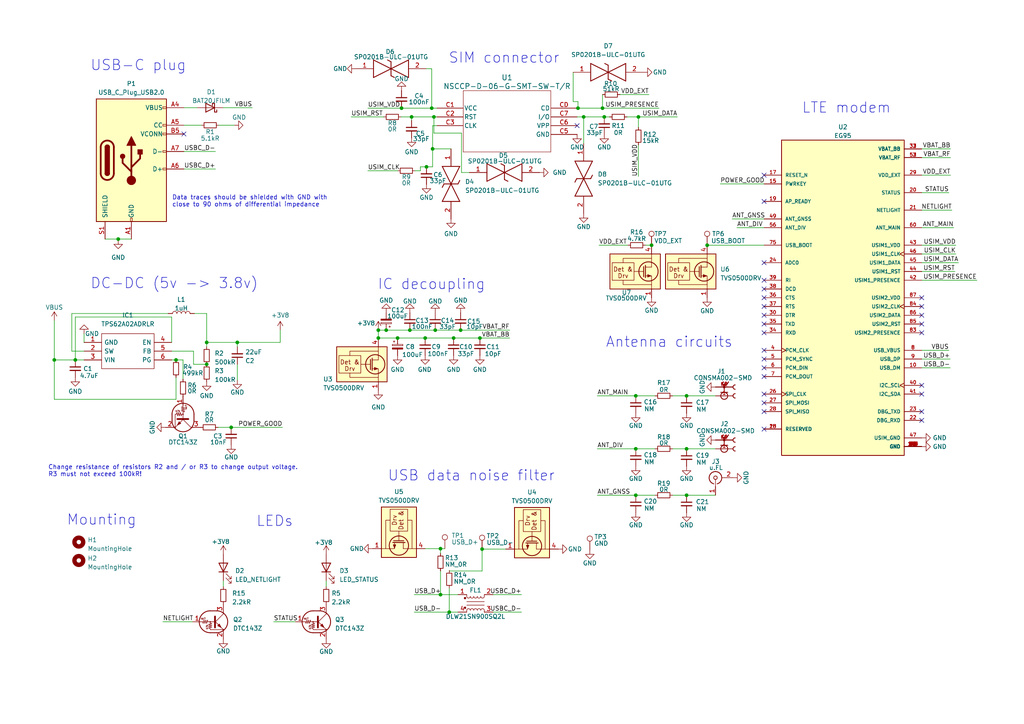
<source format=kicad_sch>
(kicad_sch (version 20230121) (generator eeschema)

  (uuid e7f5bf03-fb2c-47bf-a5e6-8bf502aef220)

  (paper "A4")

  (title_block
    (title "openCom LTE")
    (rev "v1.0")
    (company "Liberated Embedded Systems")
    (comment 1 "Licensed under Creative Commons Attribution 4.0.")
    (comment 4 "https://liberatedsystems.co.uk")
  )

  

  (junction (at 184.404 143.637) (diameter 0) (color 0 0 0 0)
    (uuid 042a0471-e21e-4cf9-a449-bbbe0b4e31dc)
  )
  (junction (at 115.316 98.044) (diameter 0) (color 0 0 0 0)
    (uuid 07a1419a-9ce9-47ac-9f25-5a877a03b148)
  )
  (junction (at 112.014 95.758) (diameter 0) (color 0 0 0 0)
    (uuid 0b842d3b-3af0-4445-85a2-8938feb3239b)
  )
  (junction (at 139.827 159.258) (diameter 0) (color 0 0 0 0)
    (uuid 108c85e9-c6c0-486e-acce-02cd06277409)
  )
  (junction (at 109.728 98.044) (diameter 0) (color 0 0 0 0)
    (uuid 249cd2e5-40dc-4d86-83f1-1d36bcff2155)
  )
  (junction (at 169.291 33.909) (diameter 0) (color 0 0 0 0)
    (uuid 2799f28c-62dd-4fec-b8f9-b9ade1ddb1a7)
  )
  (junction (at 184.404 114.808) (diameter 0) (color 0 0 0 0)
    (uuid 2d292abd-a196-4a57-8168-e345b85a43e2)
  )
  (junction (at 59.944 99.314) (diameter 0) (color 0 0 0 0)
    (uuid 36e8db00-b6e8-465b-982d-28a5692fc84a)
  )
  (junction (at 184.404 130.175) (diameter 0) (color 0 0 0 0)
    (uuid 4841ed9d-4f03-47af-a04b-128d42d47199)
  )
  (junction (at 139.192 98.044) (diameter 0) (color 0 0 0 0)
    (uuid 4a77998e-9110-499d-b99b-0ca8beb92ba4)
  )
  (junction (at 21.844 104.394) (diameter 0) (color 0 0 0 0)
    (uuid 4c802de5-a62c-45b9-8919-56239038f1d4)
  )
  (junction (at 199.136 143.637) (diameter 0) (color 0 0 0 0)
    (uuid 4c82af79-d55f-4314-9a7f-35f7aa12a6a9)
  )
  (junction (at 59.944 105.664) (diameter 0) (color 0 0 0 0)
    (uuid 5996a4f0-9688-4e1a-90b3-babd210fa8d6)
  )
  (junction (at 174.752 31.369) (diameter 0) (color 0 0 0 0)
    (uuid 5a6420b8-2b0b-470d-b157-ce17b636eaee)
  )
  (junction (at 188.976 71.12) (diameter 0) (color 0 0 0 0)
    (uuid 60d57bd6-b749-4f42-adeb-f36d16ffdfee)
  )
  (junction (at 15.748 104.394) (diameter 0) (color 0 0 0 0)
    (uuid 662d7f32-fb97-41aa-ac93-f48fc05dc7a7)
  )
  (junction (at 205.105 71.12) (diameter 0) (color 0 0 0 0)
    (uuid 66b7964f-c33c-43e3-960c-f53593949cb9)
  )
  (junction (at 131.572 98.044) (diameter 0) (color 0 0 0 0)
    (uuid 6d2b738e-dbf5-438d-823f-18e2789a4004)
  )
  (junction (at 185.166 33.909) (diameter 0) (color 0 0 0 0)
    (uuid 73794637-c3fd-4e06-a39a-f6c4efd94b3f)
  )
  (junction (at 199.136 130.175) (diameter 0) (color 0 0 0 0)
    (uuid 8041df1e-37a6-4527-8ec0-8400a61212d2)
  )
  (junction (at 123.698 48.387) (diameter 0) (color 0 0 0 0)
    (uuid 864ceb9b-e94f-41ba-b473-5a5d74aff6eb)
  )
  (junction (at 109.728 95.758) (diameter 0) (color 0 0 0 0)
    (uuid 93302bdb-0704-4e0b-a8dd-9dfb1a3b9997)
  )
  (junction (at 133.604 95.758) (diameter 0) (color 0 0 0 0)
    (uuid 97963e5a-c012-437b-b9b0-c938b05f9e9b)
  )
  (junction (at 125.476 43.18) (diameter 0) (color 0 0 0 0)
    (uuid 9acf26e0-a548-4af5-94e2-666e469acbfb)
  )
  (junction (at 167.64 31.369) (diameter 0) (color 0 0 0 0)
    (uuid 9ad2ddf5-432d-436f-a84e-8e8c369898b8)
  )
  (junction (at 130.302 177.546) (diameter 0) (color 0 0 0 0)
    (uuid 9fe07d3f-b8b9-4ea8-aa09-965827fcece6)
  )
  (junction (at 118.872 95.758) (diameter 0) (color 0 0 0 0)
    (uuid b31b2ab4-1e33-4ff8-886e-c52b892174a0)
  )
  (junction (at 67.056 123.952) (diameter 0) (color 0 0 0 0)
    (uuid bee434f5-12c1-456b-a694-5d6aa6d93d20)
  )
  (junction (at 119.38 33.909) (diameter 0) (color 0 0 0 0)
    (uuid c2b3d108-8989-4b48-a897-0c96e9da9706)
  )
  (junction (at 127.762 159.131) (diameter 0) (color 0 0 0 0)
    (uuid c440c282-25f7-4f68-9ee7-d7f6e1fb242c)
  )
  (junction (at 125.222 31.369) (diameter 0) (color 0 0 0 0)
    (uuid cfa39ba7-e430-403c-8e7e-2a38a6b6cd4f)
  )
  (junction (at 68.834 99.314) (diameter 0) (color 0 0 0 0)
    (uuid d030991e-27c8-47b5-bc06-e0a527017f6c)
  )
  (junction (at 123.317 98.044) (diameter 0) (color 0 0 0 0)
    (uuid d0b29793-5a1d-4bf2-84a7-4c2b8f0a55fb)
  )
  (junction (at 125.857 33.909) (diameter 0) (color 0 0 0 0)
    (uuid d1762674-7b54-47ac-991b-e32d85ec0adc)
  )
  (junction (at 199.136 114.808) (diameter 0) (color 0 0 0 0)
    (uuid d1a2ea86-da3c-4b7e-b186-ecf50d0a39d6)
  )
  (junction (at 34.29 69.342) (diameter 0) (color 0 0 0 0)
    (uuid d7264a7e-d04f-4351-8b59-cabd586f5d0d)
  )
  (junction (at 126.238 95.758) (diameter 0) (color 0 0 0 0)
    (uuid d9741ebb-98cb-4867-9416-bb2325535329)
  )
  (junction (at 175.26 33.909) (diameter 0) (color 0 0 0 0)
    (uuid daa6e0f4-053f-4143-9153-188f93c9a287)
  )
  (junction (at 116.459 31.369) (diameter 0) (color 0 0 0 0)
    (uuid e30a2179-b596-4ce8-aea6-67b5b4a0837f)
  )
  (junction (at 127.762 172.466) (diameter 0) (color 0 0 0 0)
    (uuid e62ca165-381d-4aa2-a97b-d7b6bc254ee7)
  )
  (junction (at 51.054 104.394) (diameter 0) (color 0 0 0 0)
    (uuid f0e313f2-9291-4ca9-820b-64982e8a14cc)
  )

  (no_connect (at 221.615 119.38) (uuid 05a7c912-a068-4fca-9eab-8c05541865e2))
  (no_connect (at 221.615 91.44) (uuid 098ef58d-9c83-4e94-b159-9f6c0c821d15))
  (no_connect (at 267.335 121.92) (uuid 27257eb7-e569-4fc4-8d74-cdeb620dbaa4))
  (no_connect (at 267.335 86.36) (uuid 29aa2da9-500d-467f-a954-b165ea662d36))
  (no_connect (at 267.335 114.3) (uuid 2fcb3cff-4db3-4d18-8ea8-334a3680b13d))
  (no_connect (at 221.615 88.9) (uuid 42df1992-7708-4c2e-a2b1-bfadafe60529))
  (no_connect (at 221.615 109.22) (uuid 4354e603-7f9d-4559-ab0d-405cf48cfae6))
  (no_connect (at 221.615 114.3) (uuid 4628dff3-05d9-4f8d-adc6-ccd39a555494))
  (no_connect (at 221.615 81.28) (uuid 49e24e25-ef0a-4535-8ddb-6091aecde71a))
  (no_connect (at 267.335 111.76) (uuid 55e0c271-5fbe-48bc-8951-877cc20fd028))
  (no_connect (at 221.615 86.36) (uuid 57884747-f80f-45b4-b376-3ed85b951751))
  (no_connect (at 267.335 91.44) (uuid 5d141732-3dc4-4823-9c61-56341c6489b5))
  (no_connect (at 221.615 76.2) (uuid 60677259-31a6-425c-a2e9-c6e042564e89))
  (no_connect (at 221.615 96.52) (uuid 7786db76-f36e-493d-bf14-08fb87b4cfb7))
  (no_connect (at 221.615 106.68) (uuid 789ebabe-93fb-484e-b50a-b5e32b445969))
  (no_connect (at 267.335 93.98) (uuid 7b8e352a-c575-43ca-9083-5e9fdf049e7a))
  (no_connect (at 221.615 101.6) (uuid 86d27db5-efbd-4595-ae69-49202e8d4e2d))
  (no_connect (at 221.615 124.46) (uuid 8f594ed6-21e7-4911-9df4-0bd43ca0d13f))
  (no_connect (at 221.615 104.14) (uuid 927688cb-4715-4226-8c85-a641f2de0f5f))
  (no_connect (at 267.335 119.38) (uuid 9946e06e-dc63-4715-a36c-037f8e374af2))
  (no_connect (at 267.335 88.9) (uuid a1f8cb88-3472-413a-8194-453d68bc142e))
  (no_connect (at 221.615 116.84) (uuid a3afcaf1-0d85-4bcb-b48c-beef9990449b))
  (no_connect (at 267.335 96.52) (uuid b0681478-bd21-4d84-844e-c81740b62703))
  (no_connect (at 221.615 50.8) (uuid c583c47f-49b7-4e4e-8008-493f5f8f0bbd))
  (no_connect (at 53.34 38.862) (uuid ca527f55-7bcf-4137-986c-55b6fde926ea))
  (no_connect (at 221.615 58.42) (uuid ceef2b62-30a9-4d16-ba8c-ea2ac879facf))
  (no_connect (at 221.615 83.82) (uuid e4045863-b097-4b22-b139-d020dbbc7d14))
  (no_connect (at 167.386 36.449) (uuid ec4b1266-4fda-48e3-9e3a-8126a57e3bb8))
  (no_connect (at 221.615 93.98) (uuid fef6a212-7061-4d20-842f-cc8186980657))

  (wire (pts (xy 125.476 43.18) (xy 125.476 48.387))
    (stroke (width 0) (type default))
    (uuid 016f9433-d5db-4039-b5ea-a91473d92ffe)
  )
  (wire (pts (xy 133.858 50.038) (xy 133.858 38.608))
    (stroke (width 0) (type default))
    (uuid 07b3f81e-d49c-4fe2-9428-4753336adf72)
  )
  (wire (pts (xy 101.854 33.909) (xy 111.252 33.909))
    (stroke (width 0) (type default))
    (uuid 083ba46c-0800-4d6e-a55a-8dae79770711)
  )
  (wire (pts (xy 123.317 159.131) (xy 127.762 159.131))
    (stroke (width 0) (type default))
    (uuid 0944d581-d69f-49a3-952b-b6550cae692b)
  )
  (wire (pts (xy 51.054 115.824) (xy 51.054 109.474))
    (stroke (width 0) (type default))
    (uuid 0973be5f-16c4-428c-80bb-8a3f2719cde1)
  )
  (wire (pts (xy 267.335 60.96) (xy 276.098 60.96))
    (stroke (width 0) (type default))
    (uuid 0a348e73-c020-462c-9ac1-aabea15c7af0)
  )
  (wire (pts (xy 120.142 172.466) (xy 127.762 172.466))
    (stroke (width 0) (type default))
    (uuid 0c39fce4-7ac0-4c9b-b343-4ba89b333cc5)
  )
  (wire (pts (xy 125.222 19.939) (xy 125.222 31.369))
    (stroke (width 0) (type default))
    (uuid 109c6953-c8fa-4beb-89ab-e8fc3b49d7d3)
  )
  (wire (pts (xy 267.335 73.66) (xy 277.241 73.66))
    (stroke (width 0) (type default))
    (uuid 10de3af6-802d-407b-9ace-a22f29da2b90)
  )
  (wire (pts (xy 68.834 99.314) (xy 81.28 99.314))
    (stroke (width 0) (type default))
    (uuid 11e96df8-6433-4721-997d-51e78b40e084)
  )
  (wire (pts (xy 106.68 49.53) (xy 115.316 49.53))
    (stroke (width 0) (type default))
    (uuid 14cb3f38-b25b-4d49-9a82-20df3506f421)
  )
  (wire (pts (xy 267.335 71.12) (xy 277.241 71.12))
    (stroke (width 0) (type default))
    (uuid 162d0b0c-49ac-4d83-936b-9aca5609cfdb)
  )
  (wire (pts (xy 125.857 33.909) (xy 126.746 33.909))
    (stroke (width 0) (type default))
    (uuid 1868796e-83e3-4634-a68f-0800fa6504e6)
  )
  (wire (pts (xy 166.243 20.955) (xy 166.243 29.464))
    (stroke (width 0) (type default))
    (uuid 192b06de-c168-4dc9-b850-d6be60edf6a0)
  )
  (wire (pts (xy 118.872 95.758) (xy 126.238 95.758))
    (stroke (width 0) (type default))
    (uuid 19ee1a99-d2ea-401c-84c4-cb06e3ae7eba)
  )
  (wire (pts (xy 167.64 29.464) (xy 167.64 31.369))
    (stroke (width 0) (type default))
    (uuid 1b06a3cf-116b-49e9-a4c1-2968e55c6598)
  )
  (wire (pts (xy 143.002 177.546) (xy 151.257 177.546))
    (stroke (width 0) (type default))
    (uuid 1c592a51-5af1-46f2-abdd-0978cea01987)
  )
  (wire (pts (xy 116.459 31.369) (xy 125.222 31.369))
    (stroke (width 0) (type default))
    (uuid 1fc85ee7-aece-46c0-a6b2-fec00e70aaf4)
  )
  (wire (pts (xy 199.136 114.808) (xy 207.518 114.808))
    (stroke (width 0) (type default))
    (uuid 20a09c66-954d-4dd9-bd94-eeef7aa4cbc9)
  )
  (wire (pts (xy 125.476 48.387) (xy 123.698 48.387))
    (stroke (width 0) (type default))
    (uuid 2223f823-ae7b-4e64-9638-dd44f3ba7622)
  )
  (wire (pts (xy 109.728 95.758) (xy 109.728 98.044))
    (stroke (width 0) (type default))
    (uuid 22482def-4517-4495-83f1-d60986f2b75f)
  )
  (wire (pts (xy 267.335 106.68) (xy 275.59 106.68))
    (stroke (width 0) (type default))
    (uuid 243e78eb-4256-43f6-a9f6-1996d251b01c)
  )
  (wire (pts (xy 24.384 101.854) (xy 20.828 101.854))
    (stroke (width 0) (type default))
    (uuid 25407507-ec15-4371-9996-a427893dcc24)
  )
  (wire (pts (xy 94.615 168.402) (xy 94.615 170.18))
    (stroke (width 0) (type default))
    (uuid 2a013bdb-46f0-4026-b4a1-c7d4eece15e3)
  )
  (wire (pts (xy 185.166 33.909) (xy 196.469 33.909))
    (stroke (width 0) (type default))
    (uuid 2a607466-5717-4fb6-a830-126715f5e057)
  )
  (wire (pts (xy 51.054 104.394) (xy 53.086 104.394))
    (stroke (width 0) (type default))
    (uuid 2c2e8857-e68d-4f83-a96e-e8a66d9e0b5e)
  )
  (wire (pts (xy 179.832 27.432) (xy 188.214 27.432))
    (stroke (width 0) (type default))
    (uuid 353a6e00-5517-4f48-bd92-0d7fe73c5552)
  )
  (wire (pts (xy 79.375 180.34) (xy 85.725 180.34))
    (stroke (width 0) (type default))
    (uuid 3a6b28c1-e471-48e7-9a80-d4b2d11b4b99)
  )
  (wire (pts (xy 167.64 31.369) (xy 174.752 31.369))
    (stroke (width 0) (type default))
    (uuid 3aa9e1ac-5e3a-4d0a-b097-d4556542524e)
  )
  (wire (pts (xy 267.335 45.72) (xy 275.717 45.72))
    (stroke (width 0) (type default))
    (uuid 3e34253e-ed9f-4fe8-8990-8023a4d7cc72)
  )
  (wire (pts (xy 139.192 98.044) (xy 131.572 98.044))
    (stroke (width 0) (type default))
    (uuid 3f59b73a-0baf-4264-9660-c05b4d8e826b)
  )
  (wire (pts (xy 59.944 90.932) (xy 59.944 99.314))
    (stroke (width 0) (type default))
    (uuid 431ae31f-38f4-44ba-9ee0-0d826b9ce84a)
  )
  (wire (pts (xy 116.332 33.909) (xy 119.38 33.909))
    (stroke (width 0) (type default))
    (uuid 443083fb-9da6-4106-85d7-406828d7e959)
  )
  (wire (pts (xy 63.5 36.322) (xy 67.945 36.322))
    (stroke (width 0) (type default))
    (uuid 46b7ef96-a908-44cf-8882-4e19177eaf3c)
  )
  (wire (pts (xy 212.344 63.5) (xy 221.615 63.5))
    (stroke (width 0) (type default))
    (uuid 488ffbfd-21d2-45be-9907-17ab725bda98)
  )
  (wire (pts (xy 208.915 53.34) (xy 221.615 53.34))
    (stroke (width 0) (type default))
    (uuid 49e50ead-6672-4512-a6d0-8fa6c66d33e0)
  )
  (wire (pts (xy 126.238 95.758) (xy 133.604 95.758))
    (stroke (width 0) (type default))
    (uuid 4a6cad79-8d2b-40c0-b318-6b74fb99cdf0)
  )
  (wire (pts (xy 139.827 159.258) (xy 146.685 159.258))
    (stroke (width 0) (type default))
    (uuid 4b33db9c-e5dc-4bf7-aa53-cc9580572d4a)
  )
  (wire (pts (xy 53.086 104.394) (xy 53.086 109.982))
    (stroke (width 0) (type default))
    (uuid 5111b0eb-3dfb-4f4f-bdd7-8f4b2ab7f8f3)
  )
  (wire (pts (xy 130.429 165.608) (xy 130.302 165.481))
    (stroke (width 0) (type default))
    (uuid 517ee6da-a164-4ceb-ad99-ace8a44a2c2e)
  )
  (wire (pts (xy 174.752 31.369) (xy 191.135 31.369))
    (stroke (width 0) (type default))
    (uuid 542c9af1-4845-4dad-a8f3-bc35a862bbd6)
  )
  (wire (pts (xy 120.396 49.53) (xy 121.92 49.53))
    (stroke (width 0) (type default))
    (uuid 5ce1f302-565c-47f7-82a4-cc520c135052)
  )
  (wire (pts (xy 267.335 104.14) (xy 275.59 104.14))
    (stroke (width 0) (type default))
    (uuid 5f56a5f8-c8ef-436a-a3f0-d1d3e32e4f4c)
  )
  (wire (pts (xy 267.335 55.88) (xy 275.209 55.88))
    (stroke (width 0) (type default))
    (uuid 61e256b2-85cc-40e0-8b74-8f54c233587e)
  )
  (wire (pts (xy 119.38 33.909) (xy 125.857 33.909))
    (stroke (width 0) (type default))
    (uuid 640b34f1-e78f-43ab-a8fb-ab37a6365b51)
  )
  (wire (pts (xy 127.762 159.131) (xy 127.762 160.528))
    (stroke (width 0) (type default))
    (uuid 69586c84-85a3-46c7-b29d-38c383017786)
  )
  (wire (pts (xy 173.736 71.12) (xy 182.118 71.12))
    (stroke (width 0) (type default))
    (uuid 6a39f7ff-db20-44af-aeb9-e043a484f58f)
  )
  (wire (pts (xy 125.476 36.449) (xy 125.476 43.18))
    (stroke (width 0) (type default))
    (uuid 6a450cc8-b009-4eb3-b494-8677cf88a327)
  )
  (wire (pts (xy 67.056 123.952) (xy 81.915 123.952))
    (stroke (width 0) (type default))
    (uuid 70d714fa-7732-40e3-b2bc-9d501918fb34)
  )
  (wire (pts (xy 267.335 76.2) (xy 278.003 76.2))
    (stroke (width 0) (type default))
    (uuid 7434c959-9658-4640-a403-c457ba7c5565)
  )
  (wire (pts (xy 184.404 114.808) (xy 189.992 114.808))
    (stroke (width 0) (type default))
    (uuid 7453db2a-5a22-4140-8907-6b6eedfe0eca)
  )
  (wire (pts (xy 267.335 81.28) (xy 283.337 81.28))
    (stroke (width 0) (type default))
    (uuid 7469e3ef-de30-4a7c-8e2f-ae590b37a9eb)
  )
  (wire (pts (xy 184.404 143.637) (xy 189.992 143.637))
    (stroke (width 0) (type default))
    (uuid 7ac0a14f-02e1-47f3-86bd-75e714f2ea5b)
  )
  (wire (pts (xy 15.748 115.824) (xy 51.054 115.824))
    (stroke (width 0) (type default))
    (uuid 7b12b8f1-d5fe-4bbc-957e-d788af2f6372)
  )
  (wire (pts (xy 187.198 71.12) (xy 188.976 71.12))
    (stroke (width 0) (type default))
    (uuid 7bf717b2-c3b6-47b7-9e88-abb5a8177a31)
  )
  (wire (pts (xy 59.944 99.314) (xy 59.944 100.584))
    (stroke (width 0) (type default))
    (uuid 7ddb8de7-33df-45ae-b77b-70ed734db02c)
  )
  (wire (pts (xy 49.784 99.314) (xy 49.784 91.948))
    (stroke (width 0) (type default))
    (uuid 81ee1c7f-233e-4145-93d8-3f21808a95ff)
  )
  (wire (pts (xy 173.228 130.175) (xy 184.404 130.175))
    (stroke (width 0) (type default))
    (uuid 8269d304-bcfc-45e5-8254-d29b03033700)
  )
  (wire (pts (xy 185.166 33.909) (xy 185.166 36.957))
    (stroke (width 0) (type default))
    (uuid 869af4db-25ce-40f7-bf30-08de7030b9fe)
  )
  (wire (pts (xy 169.291 33.909) (xy 175.26 33.909))
    (stroke (width 0) (type default))
    (uuid 8a67079c-75bd-475e-a44a-503761be5086)
  )
  (wire (pts (xy 49.784 91.948) (xy 21.844 91.948))
    (stroke (width 0) (type default))
    (uuid 8abe6bd7-9394-4908-a584-f259df544660)
  )
  (wire (pts (xy 130.429 165.608) (xy 139.827 165.608))
    (stroke (width 0) (type default))
    (uuid 8af824bd-fa75-4123-a1c9-9823718d7b8c)
  )
  (wire (pts (xy 195.072 114.808) (xy 199.136 114.808))
    (stroke (width 0) (type default))
    (uuid 8bc21f00-b4cf-4f13-9b03-eaba4a11badd)
  )
  (wire (pts (xy 125.476 43.18) (xy 130.81 43.18))
    (stroke (width 0) (type default))
    (uuid 8c4ee04a-5192-4bd2-981c-97cdb21ad311)
  )
  (wire (pts (xy 195.072 130.175) (xy 199.136 130.175))
    (stroke (width 0) (type default))
    (uuid 8c87ac72-8740-4284-91c0-7657a93d89b6)
  )
  (wire (pts (xy 55.88 180.34) (xy 47.244 180.34))
    (stroke (width 0) (type default))
    (uuid 8d95d9c9-36f6-48d9-b910-9248607a7ecb)
  )
  (wire (pts (xy 121.92 48.387) (xy 123.698 48.387))
    (stroke (width 0) (type default))
    (uuid 8f1b4e4f-4dba-4570-9dc5-d3bb139b4be5)
  )
  (wire (pts (xy 133.604 95.758) (xy 147.828 95.758))
    (stroke (width 0) (type default))
    (uuid 903839d1-5324-4e01-839b-2c39e7cc4f3d)
  )
  (wire (pts (xy 123.571 19.939) (xy 125.222 19.939))
    (stroke (width 0) (type default))
    (uuid 9089a1a2-14eb-4aae-8060-5202e104ebbd)
  )
  (wire (pts (xy 167.386 31.369) (xy 167.64 31.369))
    (stroke (width 0) (type default))
    (uuid 936179b4-582f-4024-b742-715dc3713797)
  )
  (wire (pts (xy 81.28 99.314) (xy 81.28 95.758))
    (stroke (width 0) (type default))
    (uuid 94149bb3-0230-4cc9-8a06-7f18e1ea6f1f)
  )
  (wire (pts (xy 15.748 92.964) (xy 15.748 104.394))
    (stroke (width 0) (type default))
    (uuid 94f0d30d-a571-4c0b-ac5b-bf15c65e9ef3)
  )
  (wire (pts (xy 30.48 69.342) (xy 34.29 69.342))
    (stroke (width 0) (type default))
    (uuid 95bd61a9-339a-4be0-8506-6d8d40bf65df)
  )
  (wire (pts (xy 199.136 143.637) (xy 207.518 143.637))
    (stroke (width 0) (type default))
    (uuid 96c95263-bd70-4ad3-b037-c094a8e797c0)
  )
  (wire (pts (xy 131.572 98.044) (xy 123.317 98.044))
    (stroke (width 0) (type default))
    (uuid 9906097b-0b66-4650-97df-a7952c2b2d2e)
  )
  (wire (pts (xy 169.291 41.656) (xy 169.291 33.909))
    (stroke (width 0) (type default))
    (uuid 9a665be5-951b-4f27-93cc-f3bb68994e28)
  )
  (wire (pts (xy 112.014 95.758) (xy 118.872 95.758))
    (stroke (width 0) (type default))
    (uuid 9df57fc1-d46a-4bbd-afbc-39e7660a28e2)
  )
  (wire (pts (xy 59.944 99.314) (xy 68.834 99.314))
    (stroke (width 0) (type default))
    (uuid a194d0d5-eb6c-41af-98cc-0e2e067ed087)
  )
  (wire (pts (xy 167.386 33.909) (xy 169.291 33.909))
    (stroke (width 0) (type default))
    (uuid a345a4f1-ce0d-46aa-90d5-ec414591949e)
  )
  (wire (pts (xy 53.34 43.942) (xy 62.484 43.942))
    (stroke (width 0) (type default))
    (uuid a6318b8d-ec38-48b8-bfb6-951335499080)
  )
  (wire (pts (xy 64.77 168.402) (xy 64.77 170.18))
    (stroke (width 0) (type default))
    (uuid aa2b0504-5aa9-4cad-927f-6b4895cd62fd)
  )
  (wire (pts (xy 184.404 130.175) (xy 189.992 130.175))
    (stroke (width 0) (type default))
    (uuid abfcc4a9-db87-45ad-a66b-d96507da79ed)
  )
  (wire (pts (xy 185.166 42.037) (xy 185.166 51.181))
    (stroke (width 0) (type default))
    (uuid af10e562-0025-46f3-842a-e6b6ef311b24)
  )
  (wire (pts (xy 125.857 38.608) (xy 125.857 33.909))
    (stroke (width 0) (type default))
    (uuid b10776c1-52c3-4474-9706-ff7f1e7f5a2a)
  )
  (wire (pts (xy 267.335 50.8) (xy 275.717 50.8))
    (stroke (width 0) (type default))
    (uuid b1bdc5eb-6651-4815-9f0f-c4d8de4847e4)
  )
  (wire (pts (xy 109.728 98.044) (xy 115.316 98.044))
    (stroke (width 0) (type default))
    (uuid b3300f2a-e355-483f-bb98-90208c8708c9)
  )
  (wire (pts (xy 68.834 99.314) (xy 68.834 100.584))
    (stroke (width 0) (type default))
    (uuid b59fc002-ff13-4eee-8a50-d839fe20c77b)
  )
  (wire (pts (xy 115.316 98.044) (xy 123.317 98.044))
    (stroke (width 0) (type default))
    (uuid b7b102c0-1b28-4056-93ed-231d765d6811)
  )
  (wire (pts (xy 173.228 114.808) (xy 184.404 114.808))
    (stroke (width 0) (type default))
    (uuid b829540a-d0b4-49ca-adbf-0f57eb079808)
  )
  (wire (pts (xy 174.752 27.432) (xy 174.752 31.369))
    (stroke (width 0) (type default))
    (uuid ba8ad741-ec74-4c8d-a0c9-98059acee5c3)
  )
  (wire (pts (xy 143.002 172.466) (xy 151.257 172.466))
    (stroke (width 0) (type default))
    (uuid baeee0a3-3b3e-4ce1-900c-14dff80fbada)
  )
  (wire (pts (xy 120.142 177.546) (xy 130.302 177.546))
    (stroke (width 0) (type default))
    (uuid bcb70764-9a79-4f7b-aa37-80ac97e980b5)
  )
  (wire (pts (xy 139.827 165.608) (xy 139.827 159.258))
    (stroke (width 0) (type default))
    (uuid bd7f77e6-8804-49a6-b7c9-5dec3b47d8fe)
  )
  (wire (pts (xy 34.29 69.342) (xy 34.29 69.596))
    (stroke (width 0) (type default))
    (uuid c1a67dc8-214e-462b-8621-7c935f79ad57)
  )
  (wire (pts (xy 267.335 101.6) (xy 275.209 101.6))
    (stroke (width 0) (type default))
    (uuid c6dfef69-c3ee-4c2e-b4c3-d206b67db366)
  )
  (wire (pts (xy 136.144 50.038) (xy 133.858 50.038))
    (stroke (width 0) (type default))
    (uuid c97a8676-4864-412a-b7b5-1abedb495003)
  )
  (wire (pts (xy 127.762 159.131) (xy 129.032 159.131))
    (stroke (width 0) (type default))
    (uuid c9a56d29-537e-4c03-915d-bdade0dcdda9)
  )
  (wire (pts (xy 15.748 115.824) (xy 15.748 104.394))
    (stroke (width 0) (type default))
    (uuid cc0711b2-5351-4792-a69e-1d113d404b82)
  )
  (wire (pts (xy 64.77 31.242) (xy 73.152 31.242))
    (stroke (width 0) (type default))
    (uuid cc710d27-2717-4e95-b25b-85dd19deed59)
  )
  (wire (pts (xy 109.728 95.758) (xy 112.014 95.758))
    (stroke (width 0) (type default))
    (uuid cf1726fb-7e50-4838-8ce3-8a2069d77f9a)
  )
  (wire (pts (xy 139.192 98.044) (xy 147.828 98.044))
    (stroke (width 0) (type default))
    (uuid d020a520-a626-42f1-b92d-ed0acced7c64)
  )
  (wire (pts (xy 213.741 66.04) (xy 221.615 66.04))
    (stroke (width 0) (type default))
    (uuid d04ed176-2caf-490e-a330-8091df4c2d36)
  )
  (wire (pts (xy 49.784 104.394) (xy 51.054 104.394))
    (stroke (width 0) (type default))
    (uuid d1159933-963d-4653-b331-3bca57df1d8f)
  )
  (wire (pts (xy 56.134 101.854) (xy 56.134 105.664))
    (stroke (width 0) (type default))
    (uuid d11e1087-9947-49fc-86cb-1e3c88e786be)
  )
  (wire (pts (xy 195.072 143.637) (xy 199.136 143.637))
    (stroke (width 0) (type default))
    (uuid d4dd32c3-edae-423c-a419-934d2b00cbef)
  )
  (wire (pts (xy 24.384 96.774) (xy 24.384 99.314))
    (stroke (width 0) (type default))
    (uuid d6fb14cd-da59-434a-a47f-6f9fe6c9ace9)
  )
  (wire (pts (xy 20.828 90.932) (xy 48.768 90.932))
    (stroke (width 0) (type default))
    (uuid d8ee074e-957f-4f2d-b164-756491ef692e)
  )
  (wire (pts (xy 130.302 177.546) (xy 132.842 177.546))
    (stroke (width 0) (type default))
    (uuid dafb6178-625b-40b9-8e35-323b2c6deaa7)
  )
  (wire (pts (xy 57.15 31.242) (xy 53.34 31.242))
    (stroke (width 0) (type default))
    (uuid dd890e69-1511-47b3-b73a-067cbc02dc6e)
  )
  (wire (pts (xy 15.748 104.394) (xy 21.844 104.394))
    (stroke (width 0) (type default))
    (uuid dd90930c-f552-46ac-b1f7-48d1ddb596d4)
  )
  (wire (pts (xy 130.302 170.561) (xy 130.302 177.546))
    (stroke (width 0) (type default))
    (uuid ddbafd75-5887-4eea-a2e7-5edc883a2ba2)
  )
  (wire (pts (xy 68.834 110.236) (xy 68.834 105.664))
    (stroke (width 0) (type default))
    (uuid de1f462f-42da-4e21-bb8a-51b75a28b7e2)
  )
  (wire (pts (xy 267.335 78.74) (xy 276.987 78.74))
    (stroke (width 0) (type default))
    (uuid de8bd120-989f-4c37-bcdc-ed048eed7b63)
  )
  (wire (pts (xy 133.858 38.608) (xy 125.857 38.608))
    (stroke (width 0) (type default))
    (uuid e24cf888-8309-4285-81c1-820b6376f978)
  )
  (wire (pts (xy 53.34 49.022) (xy 62.484 49.022))
    (stroke (width 0) (type default))
    (uuid e264048e-cb40-46b2-b945-9d40fc798766)
  )
  (wire (pts (xy 125.222 31.369) (xy 126.746 31.369))
    (stroke (width 0) (type default))
    (uuid e2bbeca8-3c7c-4e52-991a-8786de82cc45)
  )
  (wire (pts (xy 21.844 91.948) (xy 21.844 104.394))
    (stroke (width 0) (type default))
    (uuid e2f3bd7c-4bfd-4a98-b07a-02934ca43525)
  )
  (wire (pts (xy 125.476 36.449) (xy 126.746 36.449))
    (stroke (width 0) (type default))
    (uuid e33b6b2a-b5c3-4b0b-a4de-a6f4601e7cac)
  )
  (wire (pts (xy 199.136 130.175) (xy 207.518 130.175))
    (stroke (width 0) (type default))
    (uuid e61b547d-31b0-418c-9839-c878bcd08d27)
  )
  (wire (pts (xy 34.29 69.342) (xy 38.1 69.342))
    (stroke (width 0) (type default))
    (uuid e8390b11-4fd0-4df4-a135-2e8b04d347c7)
  )
  (wire (pts (xy 127.762 172.466) (xy 132.842 172.466))
    (stroke (width 0) (type default))
    (uuid ed0e5eea-43c0-4d75-92ac-f8809c54c3c1)
  )
  (wire (pts (xy 127.762 165.608) (xy 127.762 172.466))
    (stroke (width 0) (type default))
    (uuid ed69a4d1-ef95-492f-9c0e-9984a0bafde2)
  )
  (wire (pts (xy 121.92 49.53) (xy 121.92 48.387))
    (stroke (width 0) (type default))
    (uuid edd7268d-f79b-44f5-9a08-966e59a430dc)
  )
  (wire (pts (xy 53.34 36.322) (xy 58.42 36.322))
    (stroke (width 0) (type default))
    (uuid ef0cb1c2-8f79-4365-bd54-164624d7e504)
  )
  (wire (pts (xy 173.228 143.637) (xy 184.404 143.637))
    (stroke (width 0) (type default))
    (uuid f11e621e-cc31-4be0-a142-98b4e2259320)
  )
  (wire (pts (xy 49.784 101.854) (xy 56.134 101.854))
    (stroke (width 0) (type default))
    (uuid f18e4bff-b172-40f4-88e4-3f0fa4403ce7)
  )
  (wire (pts (xy 119.38 34.925) (xy 119.38 33.909))
    (stroke (width 0) (type default))
    (uuid f20f93f6-8327-4fb3-aaaa-a982e469faf1)
  )
  (wire (pts (xy 175.26 33.909) (xy 176.784 33.909))
    (stroke (width 0) (type default))
    (uuid f2a1f47f-8604-4c84-a40f-d62ff5676128)
  )
  (wire (pts (xy 267.335 43.18) (xy 275.717 43.18))
    (stroke (width 0) (type default))
    (uuid f4110a8e-de93-4e3a-b729-09eefddfba3d)
  )
  (wire (pts (xy 20.828 101.854) (xy 20.828 90.932))
    (stroke (width 0) (type default))
    (uuid f7356388-ca20-456f-a3df-69eafbcfba76)
  )
  (wire (pts (xy 205.105 71.12) (xy 221.615 71.12))
    (stroke (width 0) (type default))
    (uuid f7f0ef1f-9efc-4016-80af-90844a041c4c)
  )
  (wire (pts (xy 63.246 123.952) (xy 67.056 123.952))
    (stroke (width 0) (type default))
    (uuid f894d116-77b4-4179-a80f-bff88b98bceb)
  )
  (wire (pts (xy 56.388 90.932) (xy 59.944 90.932))
    (stroke (width 0) (type default))
    (uuid fa5a06ba-69c9-4b7c-b204-56951d9ec9b0)
  )
  (wire (pts (xy 56.134 105.664) (xy 59.944 105.664))
    (stroke (width 0) (type default))
    (uuid fbb43638-f890-42a3-b07f-9b3cf691441e)
  )
  (wire (pts (xy 267.335 66.04) (xy 276.606 66.04))
    (stroke (width 0) (type default))
    (uuid fc31d884-aeca-4d8b-89f8-b346ad6f0168)
  )
  (wire (pts (xy 166.243 29.464) (xy 167.64 29.464))
    (stroke (width 0) (type default))
    (uuid fc42f356-89c8-49c0-bc35-f9230b1efbee)
  )
  (wire (pts (xy 106.68 31.369) (xy 116.459 31.369))
    (stroke (width 0) (type default))
    (uuid fc863460-fe99-4abe-910f-ca8d0244f3df)
  )
  (wire (pts (xy 21.844 104.394) (xy 24.384 104.394))
    (stroke (width 0) (type default))
    (uuid fc8ef826-074d-49e9-a04e-0c35157a0f7b)
  )
  (wire (pts (xy 181.864 33.909) (xy 185.166 33.909))
    (stroke (width 0) (type default))
    (uuid fcd0f360-7287-4a8a-8067-c35111f2073d)
  )

  (text "LTE modem" (at 232.537 33.147 0)
    (effects (font (size 3 3)) (justify left bottom))
    (uuid 10856622-133d-4f7d-ac35-6cb885ce6185)
  )
  (text "SIM connector\n" (at 130.048 18.669 0)
    (effects (font (size 3 3)) (justify left bottom))
    (uuid 1f615cda-97b1-45ca-ac6b-01760d1a071c)
  )
  (text "LEDs" (at 74.295 153.035 0)
    (effects (font (size 3 3)) (justify left bottom))
    (uuid 5d1a16d1-daca-4fb8-9202-13f8ac655b04)
  )
  (text "USB-C plug" (at 26.162 20.828 0)
    (effects (font (size 3 3)) (justify left bottom))
    (uuid 997112e9-0d1c-4112-a4bc-f4e3764a24d5)
  )
  (text "IC decoupling\n" (at 109.474 84.328 0)
    (effects (font (size 3 3)) (justify left bottom))
    (uuid a6e487ce-2225-4f7e-ba17-13d3782fca51)
  )
  (text "Mounting\n" (at 19.304 152.654 0)
    (effects (font (size 3 3)) (justify left bottom))
    (uuid ca3cbb62-a0f7-4285-a4b7-af23b86dbe37)
  )
  (text "DC-DC (5v -> 3.8v)\n" (at 26.162 84.074 0)
    (effects (font (size 3 3)) (justify left bottom))
    (uuid d3b1a4ad-ac5d-4167-af11-de6f37be6fef)
  )
  (text "USB data noise filter" (at 112.395 139.827 0)
    (effects (font (size 3 3)) (justify left bottom))
    (uuid d3ed1f5b-761c-4e84-a5fb-d339d36018b8)
  )
  (text "Antenna circuits\n" (at 175.641 101.092 0)
    (effects (font (size 3 3)) (justify left bottom))
    (uuid d89f996c-ad5d-413a-96e1-7d792b283d85)
  )
  (text "Change resistance of resistors R2 and / or R3 to change output voltage.\nR3 must not exceed 100kR!\n"
    (at 13.97 138.43 0)
    (effects (font (size 1.27 1.27)) (justify left bottom))
    (uuid e64b5d2e-4c66-4328-a131-4a92aea4aeaf)
  )
  (text "Data traces should be shielded with GND with \nclose to 90 ohms of differential impedance"
    (at 49.911 60.198 0)
    (effects (font (size 1.27 1.27)) (justify left bottom))
    (uuid fa68311b-06f8-4187-b961-a9dc9acdbc66)
  )

  (label "USIM_VDD" (at 277.241 71.12 180) (fields_autoplaced)
    (effects (font (size 1.27 1.27)) (justify right bottom))
    (uuid 030fdd0e-42a9-4f5f-9d8a-a97afaca32e0)
  )
  (label "USBC_D-" (at 151.257 177.546 180) (fields_autoplaced)
    (effects (font (size 1.27 1.27)) (justify right bottom))
    (uuid 1c1f57fb-0304-4f5c-8ca3-a9352c2c96b9)
  )
  (label "ANT_GNSS" (at 212.344 63.5 0) (fields_autoplaced)
    (effects (font (size 1.27 1.27)) (justify left bottom))
    (uuid 1cab7889-027e-4a4b-92dd-e294b9188f4d)
  )
  (label "USIM_PRESENCE" (at 191.135 31.369 180) (fields_autoplaced)
    (effects (font (size 1.27 1.27)) (justify right bottom))
    (uuid 255f5bb5-a06f-455f-8359-09a5c5c99003)
  )
  (label "VBAT_RF" (at 147.828 95.758 180) (fields_autoplaced)
    (effects (font (size 1.27 1.27)) (justify right bottom))
    (uuid 29471ccc-e479-4ee0-be47-0a0b7085be20)
  )
  (label "USIM_CLK" (at 106.68 49.53 0) (fields_autoplaced)
    (effects (font (size 1.27 1.27)) (justify left bottom))
    (uuid 29daebfb-8de7-487b-83f6-acf17a235add)
  )
  (label "USB_D+" (at 275.59 104.14 180) (fields_autoplaced)
    (effects (font (size 1.27 1.27)) (justify right bottom))
    (uuid 2a3d94f1-8f38-4608-bc2a-9c7156e94a12)
  )
  (label "VBAT_BB" (at 147.828 98.044 180) (fields_autoplaced)
    (effects (font (size 1.27 1.27)) (justify right bottom))
    (uuid 341f62f5-589d-4734-8c10-bf214a9839d8)
  )
  (label "USIM_VDD" (at 185.166 51.181 90) (fields_autoplaced)
    (effects (font (size 1.27 1.27)) (justify left bottom))
    (uuid 4079dc95-5935-4f1d-9d1d-673cd8f80ca0)
  )
  (label "USB_D+" (at 120.142 172.466 0) (fields_autoplaced)
    (effects (font (size 1.27 1.27)) (justify left bottom))
    (uuid 44ff37be-8cbb-4422-b946-d0fab880891e)
  )
  (label "STATUS" (at 79.375 180.34 0) (fields_autoplaced)
    (effects (font (size 1.27 1.27)) (justify left bottom))
    (uuid 4a8a4651-c1be-49a7-90aa-5658cbb81ad4)
  )
  (label "VBAT_RF" (at 275.717 45.72 180) (fields_autoplaced)
    (effects (font (size 1.27 1.27)) (justify right bottom))
    (uuid 4d02e272-0362-4a3f-835a-71812e889c68)
  )
  (label "ANT_DIV" (at 173.228 130.175 0) (fields_autoplaced)
    (effects (font (size 1.27 1.27)) (justify left bottom))
    (uuid 59ec6daf-4f41-4eae-ad10-48af835cfb7a)
  )
  (label "ANT_DIV" (at 213.741 66.04 0) (fields_autoplaced)
    (effects (font (size 1.27 1.27)) (justify left bottom))
    (uuid 59f9c11e-faa0-4ecc-b792-b12652ba0b50)
  )
  (label "ANT_MAIN" (at 173.228 114.808 0) (fields_autoplaced)
    (effects (font (size 1.27 1.27)) (justify left bottom))
    (uuid 633c562a-e625-49be-b7c8-5a71d1731479)
  )
  (label "USB_D-" (at 275.59 106.68 180) (fields_autoplaced)
    (effects (font (size 1.27 1.27)) (justify right bottom))
    (uuid 6a42a279-6594-4617-92c7-bb273fe60f35)
  )
  (label "POWER_GOOD" (at 81.915 123.952 180) (fields_autoplaced)
    (effects (font (size 1.27 1.27)) (justify right bottom))
    (uuid 6c9d9040-f9e3-4e7c-b136-1ced9d775058)
  )
  (label "USB_D-" (at 120.142 177.546 0) (fields_autoplaced)
    (effects (font (size 1.27 1.27)) (justify left bottom))
    (uuid 6f7874e0-6a12-428e-9af4-58be41e35bb8)
  )
  (label "ANT_MAIN" (at 276.606 66.04 180) (fields_autoplaced)
    (effects (font (size 1.27 1.27)) (justify right bottom))
    (uuid 7099675a-1fd5-45df-b988-2f9a84da9897)
  )
  (label "NETLIGHT" (at 276.098 60.96 180) (fields_autoplaced)
    (effects (font (size 1.27 1.27)) (justify right bottom))
    (uuid 73fdc481-1392-4fb3-b700-3a76369af23c)
  )
  (label "USBC_D+" (at 151.257 172.466 180) (fields_autoplaced)
    (effects (font (size 1.27 1.27)) (justify right bottom))
    (uuid 7c1aeb40-f30a-420c-8f80-f5814d7b375a)
  )
  (label "USIM_PRESENCE" (at 283.337 81.28 180) (fields_autoplaced)
    (effects (font (size 1.27 1.27)) (justify right bottom))
    (uuid 84a0f01c-7c48-4b57-ac5c-93453bdb1bed)
  )
  (label "USIM_DATA" (at 278.003 76.2 180) (fields_autoplaced)
    (effects (font (size 1.27 1.27)) (justify right bottom))
    (uuid 8b7200f7-4daf-44de-bcca-41cd41cdbb8f)
  )
  (label "USBC_D+" (at 62.484 49.022 180) (fields_autoplaced)
    (effects (font (size 1.27 1.27)) (justify right bottom))
    (uuid 91db2672-e06a-417f-95c6-62ae4ee92f7d)
  )
  (label "NETLIGHT" (at 47.244 180.34 0) (fields_autoplaced)
    (effects (font (size 1.27 1.27)) (justify left bottom))
    (uuid a4b1017a-0351-4cf1-9d64-a09fc0b28a16)
  )
  (label "VBUS" (at 73.152 31.242 180) (fields_autoplaced)
    (effects (font (size 1.27 1.27)) (justify right bottom))
    (uuid b0ffd2ef-8ac8-4825-80f7-a62a2359493b)
  )
  (label "USBC_D-" (at 62.484 43.942 180) (fields_autoplaced)
    (effects (font (size 1.27 1.27)) (justify right bottom))
    (uuid b571b294-415c-4b13-ab39-12f42873915f)
  )
  (label "VDD_EXT" (at 275.717 50.8 180) (fields_autoplaced)
    (effects (font (size 1.27 1.27)) (justify right bottom))
    (uuid b939c651-baca-4dab-b241-76ea3ae8ff21)
  )
  (label "STATUS" (at 275.209 55.88 180) (fields_autoplaced)
    (effects (font (size 1.27 1.27)) (justify right bottom))
    (uuid bdcfc669-da81-4f42-9d69-b5cc4a006bad)
  )
  (label "USIM_CLK" (at 277.241 73.66 180) (fields_autoplaced)
    (effects (font (size 1.27 1.27)) (justify right bottom))
    (uuid be36023a-e621-4ab0-a53c-6918520012f6)
  )
  (label "USIM_DATA" (at 196.469 33.909 180) (fields_autoplaced)
    (effects (font (size 1.27 1.27)) (justify right bottom))
    (uuid c58f6959-ff28-48f6-936a-ae0c0ef60ab2)
  )
  (label "VBAT_BB" (at 275.717 43.18 180) (fields_autoplaced)
    (effects (font (size 1.27 1.27)) (justify right bottom))
    (uuid c82d18a3-5e0e-4e56-a101-ab1fefd0fdac)
  )
  (label "VBUS" (at 275.209 101.6 180) (fields_autoplaced)
    (effects (font (size 1.27 1.27)) (justify right bottom))
    (uuid cc4e7e37-ae6a-4bea-a02e-d92b5e4df412)
  )
  (label "USIM_VDD" (at 106.68 31.369 0) (fields_autoplaced)
    (effects (font (size 1.27 1.27)) (justify left bottom))
    (uuid cf62d78d-5f2d-496c-af64-74365a412979)
  )
  (label "VDD_EXT" (at 188.214 27.432 180) (fields_autoplaced)
    (effects (font (size 1.27 1.27)) (justify right bottom))
    (uuid dd4e481b-f5b2-4b82-9df0-a07179bbd99e)
  )
  (label "USIM_RST" (at 101.854 33.909 0) (fields_autoplaced)
    (effects (font (size 1.27 1.27)) (justify left bottom))
    (uuid e97fc6f9-74f3-4a24-a312-65ea67586244)
  )
  (label "ANT_GNSS" (at 173.228 143.637 0) (fields_autoplaced)
    (effects (font (size 1.27 1.27)) (justify left bottom))
    (uuid f22bc7e2-51c7-4426-95b2-620e2f4814d6)
  )
  (label "VDD_EXT" (at 173.736 71.12 0) (fields_autoplaced)
    (effects (font (size 1.27 1.27)) (justify left bottom))
    (uuid f357f920-21ab-4c10-b948-8ca7d7791e95)
  )
  (label "USIM_RST" (at 276.987 78.74 180) (fields_autoplaced)
    (effects (font (size 1.27 1.27)) (justify right bottom))
    (uuid fcaf79c5-8fd4-4846-b15b-c83a0af83477)
  )
  (label "POWER_GOOD" (at 208.915 53.34 0) (fields_autoplaced)
    (effects (font (size 1.27 1.27)) (justify left bottom))
    (uuid fcdbaf88-a477-4450-ad66-5b029ba2f28e)
  )

  (symbol (lib_id "power:GND") (at 123.317 103.124 0) (unit 1)
    (in_bom yes) (on_board yes) (dnp no)
    (uuid 06c2399e-462d-4b78-8cae-1501c2ae7839)
    (property "Reference" "#PWR03" (at 123.317 109.474 0)
      (effects (font (size 1.27 1.27)) hide)
    )
    (property "Value" "GND" (at 125.222 107.188 0)
      (effects (font (size 1.27 1.27)) (justify right))
    )
    (property "Footprint" "" (at 123.317 103.124 0)
      (effects (font (size 1.27 1.27)) hide)
    )
    (property "Datasheet" "" (at 123.317 103.124 0)
      (effects (font (size 1.27 1.27)) hide)
    )
    (pin "1" (uuid bc6272e1-93f9-4281-bcd5-ad90543464df))
    (instances
      (project "opencom-lte"
        (path "/e7f5bf03-fb2c-47bf-a5e6-8bf502aef220"
          (reference "#PWR03") (unit 1)
        )
      )
    )
  )

  (symbol (lib_id "Device:R_Small") (at 53.086 112.522 0) (unit 1)
    (in_bom yes) (on_board yes) (dnp no)
    (uuid 07398bf2-a4b0-456d-b59a-0d3d1b836125)
    (property "Reference" "R6" (at 54.356 111.76 0)
      (effects (font (size 1.27 1.27)) (justify left))
    )
    (property "Value" "0R" (at 54.356 113.411 0)
      (effects (font (size 1.27 1.27)) (justify left))
    )
    (property "Footprint" "Resistor_SMD:R_0603_1608Metric" (at 53.086 112.522 0)
      (effects (font (size 1.27 1.27)) hide)
    )
    (property "Datasheet" "~" (at 53.086 112.522 0)
      (effects (font (size 1.27 1.27)) hide)
    )
    (pin "1" (uuid 7773cb73-9fb6-4fd9-949d-789fb08cee76))
    (pin "2" (uuid ad583c30-de0e-4513-ab7d-e64d16c8e11a))
    (instances
      (project "opencom-lte"
        (path "/e7f5bf03-fb2c-47bf-a5e6-8bf502aef220"
          (reference "R6") (unit 1)
        )
      )
    )
  )

  (symbol (lib_id "Transistor_BJT:DTC143Z") (at 62.23 180.34 0) (unit 1)
    (in_bom yes) (on_board yes) (dnp no) (fields_autoplaced)
    (uuid 079c2c69-fe66-4bf8-b630-2a3e8b1dfa4d)
    (property "Reference" "Q2" (at 67.564 179.705 0)
      (effects (font (size 1.27 1.27)) (justify left))
    )
    (property "Value" "DTC143Z" (at 67.564 182.245 0)
      (effects (font (size 1.27 1.27)) (justify left))
    )
    (property "Footprint" "DTC143ZMT2L:SOTFL3P40_120X120X55L30X32N" (at 62.23 180.34 0)
      (effects (font (size 1.27 1.27)) (justify left) hide)
    )
    (property "Datasheet" "" (at 62.23 180.34 0)
      (effects (font (size 1.27 1.27)) (justify left) hide)
    )
    (pin "1" (uuid e3e45c28-4abc-4dea-af2b-1cd9ff63b75e))
    (pin "2" (uuid 9db23f5e-245c-43d6-be7e-24db320e7766))
    (pin "3" (uuid 5192ad1a-ae38-4eb7-9ad0-f12addf7e753))
    (instances
      (project "opencom-lte"
        (path "/e7f5bf03-fb2c-47bf-a5e6-8bf502aef220"
          (reference "Q2") (unit 1)
        )
      )
    )
  )

  (symbol (lib_id "Power_Protection:TVS0500DRV") (at 154.305 159.258 270) (unit 1)
    (in_bom yes) (on_board yes) (dnp no) (fields_autoplaced)
    (uuid 0942dfca-44ea-4fcb-892a-adcc75baa0d8)
    (property "Reference" "U4" (at 154.305 142.748 90)
      (effects (font (size 1.27 1.27)))
    )
    (property "Value" "TVS0500DRV" (at 154.305 145.288 90)
      (effects (font (size 1.27 1.27)))
    )
    (property "Footprint" "Package_SON:WSON-6-1EP_2x2mm_P0.65mm_EP1x1.6mm" (at 145.415 164.338 0)
      (effects (font (size 1.27 1.27)) hide)
    )
    (property "Datasheet" "http://www.ti.com/lit/ds/symlink/tvs0500.pdf" (at 154.305 156.718 0)
      (effects (font (size 1.27 1.27)) hide)
    )
    (pin "1" (uuid f0344121-d306-4852-bc9e-96a72d34b7b5))
    (pin "2" (uuid fc86d3a8-2e6d-4d7c-ba5f-5c8b3f388850))
    (pin "3" (uuid f85214f0-089e-4e36-a5ca-db817c725ff2))
    (pin "4" (uuid f81efb68-f344-4a96-a26d-b79ee07ba083))
    (pin "5" (uuid 04f2f219-c686-4f4c-8532-d1aca7241602))
    (pin "6" (uuid d7976263-08df-4c57-a278-4c4c207b5732))
    (pin "7" (uuid f9ce1733-e703-441b-97df-943a604cd830))
    (instances
      (project "opencom-lte"
        (path "/e7f5bf03-fb2c-47bf-a5e6-8bf502aef220"
          (reference "U4") (unit 1)
        )
      )
    )
  )

  (symbol (lib_id "Connector:Conn_Coaxial") (at 207.518 138.557 90) (unit 1)
    (in_bom yes) (on_board yes) (dnp no)
    (uuid 0a40f818-434f-42e1-8023-b94a003b0d64)
    (property "Reference" "J3" (at 208.788 133.858 90)
      (effects (font (size 1.27 1.27)) (justify left))
    )
    (property "Value" "u.FL" (at 209.7162 135.636 90)
      (effects (font (size 1.27 1.27)) (justify left))
    )
    (property "Footprint" "Connector_Coaxial:U.FL_Hirose_U.FL-R-SMT-1_Vertical" (at 207.518 138.557 0)
      (effects (font (size 1.27 1.27)) hide)
    )
    (property "Datasheet" " ~" (at 207.518 138.557 0)
      (effects (font (size 1.27 1.27)) hide)
    )
    (pin "1" (uuid 69d486a9-c904-4be4-8309-ccd497db9d1c))
    (pin "2" (uuid a73d0246-eb4d-4d1d-90f6-55adb122b0f3))
    (instances
      (project "opencom-lte"
        (path "/e7f5bf03-fb2c-47bf-a5e6-8bf502aef220"
          (reference "J3") (unit 1)
        )
      )
    )
  )

  (symbol (lib_id "Connector:USB_C_Plug_USB2.0") (at 38.1 46.482 0) (unit 1)
    (in_bom yes) (on_board yes) (dnp no) (fields_autoplaced)
    (uuid 0dcaec53-9d05-4a0e-9a06-34b6fc261cee)
    (property "Reference" "P1" (at 38.1 24.257 0)
      (effects (font (size 1.27 1.27)))
    )
    (property "Value" "USB_C_Plug_USB2.0" (at 38.1 26.797 0)
      (effects (font (size 1.27 1.27)))
    )
    (property "Footprint" "Connector_USB:USB_C_Plug_Molex_105444" (at 41.91 46.482 0)
      (effects (font (size 1.27 1.27)) hide)
    )
    (property "Datasheet" "https://www.usb.org/sites/default/files/documents/usb_type-c.zip" (at 41.91 46.482 0)
      (effects (font (size 1.27 1.27)) hide)
    )
    (pin "A1" (uuid 614e1b26-8f10-49b7-a64a-eb7c5df5fb80))
    (pin "A12" (uuid 64b86aa7-9f5f-4c73-80fe-82fc498ae1d3))
    (pin "A4" (uuid 49fab087-3df6-442f-a17a-a89fc48f8738))
    (pin "A5" (uuid 8ceb3237-d42b-48d7-8a2a-69539c06d052))
    (pin "A6" (uuid f7d1e95e-c812-4526-9ca5-9d6c1b43000a))
    (pin "A7" (uuid 205912ac-f964-4312-8732-75b624fff5a6))
    (pin "A9" (uuid c92e52bc-1111-4526-9a12-0c9780ad8259))
    (pin "B1" (uuid a86585c3-1e10-4720-b0bc-0b5cc74bfa40))
    (pin "B12" (uuid e8f36c75-230c-4983-8394-9e6809c7c601))
    (pin "B4" (uuid 8c0b9c03-c51a-4f90-9f83-682489e3d710))
    (pin "B5" (uuid 5abad1e2-4b36-43bf-ad64-8d42301cf5f6))
    (pin "B9" (uuid a00c8a17-493f-4db8-9885-ec2181689b73))
    (pin "S1" (uuid db5145c7-1a6b-400e-b256-5cafd1bc47e8))
    (instances
      (project "opencom-lte"
        (path "/e7f5bf03-fb2c-47bf-a5e6-8bf502aef220"
          (reference "P1") (unit 1)
        )
      )
    )
  )

  (symbol (lib_id "power:GND") (at 68.834 110.236 0) (unit 1)
    (in_bom yes) (on_board yes) (dnp no)
    (uuid 1181cff8-af6c-46f5-b38b-d5b7a6328770)
    (property "Reference" "#PWR013" (at 68.834 116.586 0)
      (effects (font (size 1.27 1.27)) hide)
    )
    (property "Value" "GND" (at 68.834 113.792 0)
      (effects (font (size 1.27 1.27)))
    )
    (property "Footprint" "" (at 68.834 110.236 0)
      (effects (font (size 1.27 1.27)) hide)
    )
    (property "Datasheet" "" (at 68.834 110.236 0)
      (effects (font (size 1.27 1.27)) hide)
    )
    (pin "1" (uuid 0431afae-6d27-4993-8080-49f51ca0431d))
    (instances
      (project "opencom-lte"
        (path "/e7f5bf03-fb2c-47bf-a5e6-8bf502aef220"
          (reference "#PWR013") (unit 1)
        )
      )
    )
  )

  (symbol (lib_id "Device:R_Small") (at 117.856 49.53 90) (unit 1)
    (in_bom yes) (on_board yes) (dnp no)
    (uuid 1513979a-9efc-4e7c-9d42-0062cf2f701c)
    (property "Reference" "R9" (at 117.856 51.308 90)
      (effects (font (size 1.27 1.27)))
    )
    (property "Value" "0R" (at 117.856 53.086 90)
      (effects (font (size 1.27 1.27)))
    )
    (property "Footprint" "Resistor_SMD:R_0603_1608Metric" (at 117.856 49.53 0)
      (effects (font (size 1.27 1.27)) hide)
    )
    (property "Datasheet" "~" (at 117.856 49.53 0)
      (effects (font (size 1.27 1.27)) hide)
    )
    (pin "1" (uuid cf220af5-03ee-45eb-b69e-ff4b6a95fb3b))
    (pin "2" (uuid 11df6754-ab84-4da1-b5f1-fe37a3118110))
    (instances
      (project "opencom-lte"
        (path "/e7f5bf03-fb2c-47bf-a5e6-8bf502aef220"
          (reference "R9") (unit 1)
        )
      )
    )
  )

  (symbol (lib_id "power:GND") (at 186.563 20.955 90) (unit 1)
    (in_bom yes) (on_board yes) (dnp no)
    (uuid 1a1663ee-a12d-45d1-ab10-d2579fa3e4fa)
    (property "Reference" "#PWR048" (at 192.913 20.955 0)
      (effects (font (size 1.27 1.27)) hide)
    )
    (property "Value" "GND" (at 189.357 20.955 90)
      (effects (font (size 1.27 1.27)) (justify right))
    )
    (property "Footprint" "" (at 186.563 20.955 0)
      (effects (font (size 1.27 1.27)) hide)
    )
    (property "Datasheet" "" (at 186.563 20.955 0)
      (effects (font (size 1.27 1.27)) hide)
    )
    (pin "1" (uuid 8f815a5a-85f6-41b2-b196-edfe7d8d485a))
    (instances
      (project "opencom-lte"
        (path "/e7f5bf03-fb2c-47bf-a5e6-8bf502aef220"
          (reference "#PWR048") (unit 1)
        )
      )
    )
  )

  (symbol (lib_id "Device:R_Small") (at 192.532 143.637 90) (unit 1)
    (in_bom yes) (on_board yes) (dnp no)
    (uuid 1c39bbee-da94-42e7-a732-765cf6d74ee6)
    (property "Reference" "R19" (at 192.532 140.208 90)
      (effects (font (size 1.27 1.27)))
    )
    (property "Value" "0R" (at 192.532 141.986 90)
      (effects (font (size 1.27 1.27)))
    )
    (property "Footprint" "Resistor_SMD:R_0603_1608Metric_Pad0.98x0.95mm_HandSolder" (at 192.532 143.637 0)
      (effects (font (size 1.27 1.27)) hide)
    )
    (property "Datasheet" "~" (at 192.532 143.637 0)
      (effects (font (size 1.27 1.27)) hide)
    )
    (pin "1" (uuid cae855ea-469c-419d-8731-e918c1935398))
    (pin "2" (uuid f1cfad3f-6d85-4d11-8465-32d9e2787a6b))
    (instances
      (project "opencom-lte"
        (path "/e7f5bf03-fb2c-47bf-a5e6-8bf502aef220"
          (reference "R19") (unit 1)
        )
      )
    )
  )

  (symbol (lib_id "Device:C_Small") (at 67.056 126.492 180) (unit 1)
    (in_bom yes) (on_board yes) (dnp no)
    (uuid 1c3b0d0f-f23a-4af2-844a-11c01566f5cc)
    (property "Reference" "C3" (at 64.516 126.492 0)
      (effects (font (size 1.27 1.27)) (justify left))
    )
    (property "Value" "10nF" (at 65.786 128.27 0)
      (effects (font (size 1.27 1.27)) (justify left))
    )
    (property "Footprint" "Capacitor_SMD:C_0805_2012Metric" (at 67.056 126.492 0)
      (effects (font (size 1.27 1.27)) hide)
    )
    (property "Datasheet" "~" (at 67.056 126.492 0)
      (effects (font (size 1.27 1.27)) hide)
    )
    (pin "1" (uuid 6a23220b-26f8-4293-9b11-4a6ef584522e))
    (pin "2" (uuid 1f341900-4216-4c7a-ab9e-e391a01ce3db))
    (instances
      (project "opencom-lte"
        (path "/e7f5bf03-fb2c-47bf-a5e6-8bf502aef220"
          (reference "C3") (unit 1)
        )
      )
    )
  )

  (symbol (lib_id "Device:C_Small") (at 184.404 132.715 0) (unit 1)
    (in_bom yes) (on_board yes) (dnp no)
    (uuid 1c6fdaf6-48ad-4757-880f-7ce002078964)
    (property "Reference" "C18" (at 186.69 131.953 0)
      (effects (font (size 1.27 1.27)) (justify left))
    )
    (property "Value" "NM" (at 186.817 133.985 0)
      (effects (font (size 1.27 1.27)) (justify left))
    )
    (property "Footprint" "Capacitor_SMD:C_0603_1608Metric_Pad1.08x0.95mm_HandSolder" (at 184.404 132.715 0)
      (effects (font (size 1.27 1.27)) hide)
    )
    (property "Datasheet" "~" (at 184.404 132.715 0)
      (effects (font (size 1.27 1.27)) hide)
    )
    (pin "1" (uuid 53a9bc79-5daf-4483-8a9b-852445108751))
    (pin "2" (uuid 870d78b0-3e3e-4531-a853-b79bd21f64a9))
    (instances
      (project "opencom-lte"
        (path "/e7f5bf03-fb2c-47bf-a5e6-8bf502aef220"
          (reference "C18") (unit 1)
        )
      )
    )
  )

  (symbol (lib_id "power:GND") (at 199.136 119.888 0) (unit 1)
    (in_bom yes) (on_board yes) (dnp no)
    (uuid 20d3f54a-d3b1-40d2-8866-c4783414505a)
    (property "Reference" "#PWR035" (at 199.136 126.238 0)
      (effects (font (size 1.27 1.27)) hide)
    )
    (property "Value" "GND" (at 199.136 123.444 0)
      (effects (font (size 1.27 1.27)))
    )
    (property "Footprint" "" (at 199.136 119.888 0)
      (effects (font (size 1.27 1.27)) hide)
    )
    (property "Datasheet" "" (at 199.136 119.888 0)
      (effects (font (size 1.27 1.27)) hide)
    )
    (pin "1" (uuid 0f67463d-48a3-4459-a2b2-512b7e2f5b60))
    (instances
      (project "opencom-lte"
        (path "/e7f5bf03-fb2c-47bf-a5e6-8bf502aef220"
          (reference "#PWR035") (unit 1)
        )
      )
    )
  )

  (symbol (lib_id "power:GND") (at 34.29 69.596 0) (unit 1)
    (in_bom yes) (on_board yes) (dnp no)
    (uuid 23edcf3f-b4f7-4c9c-8b20-5bd494a12693)
    (property "Reference" "#PWR06" (at 34.29 75.946 0)
      (effects (font (size 1.27 1.27)) hide)
    )
    (property "Value" "GND" (at 34.29 74.676 0)
      (effects (font (size 1.27 1.27)))
    )
    (property "Footprint" "" (at 34.29 69.596 0)
      (effects (font (size 1.27 1.27)) hide)
    )
    (property "Datasheet" "" (at 34.29 69.596 0)
      (effects (font (size 1.27 1.27)) hide)
    )
    (pin "1" (uuid 253e8f16-f994-459a-86b0-689fd2198026))
    (instances
      (project "opencom-lte"
        (path "/e7f5bf03-fb2c-47bf-a5e6-8bf502aef220"
          (reference "#PWR06") (unit 1)
        )
      )
    )
  )

  (symbol (lib_id "power:GND") (at 115.316 103.124 0) (unit 1)
    (in_bom yes) (on_board yes) (dnp no)
    (uuid 252821d7-50e9-4db6-bccd-899861faedc1)
    (property "Reference" "#PWR01" (at 115.316 109.474 0)
      (effects (font (size 1.27 1.27)) hide)
    )
    (property "Value" "GND" (at 117.348 107.188 0)
      (effects (font (size 1.27 1.27)) (justify right))
    )
    (property "Footprint" "" (at 115.316 103.124 0)
      (effects (font (size 1.27 1.27)) hide)
    )
    (property "Datasheet" "" (at 115.316 103.124 0)
      (effects (font (size 1.27 1.27)) hide)
    )
    (pin "1" (uuid f016b180-0b61-48a7-9849-0cf49fc94b93))
    (instances
      (project "opencom-lte"
        (path "/e7f5bf03-fb2c-47bf-a5e6-8bf502aef220"
          (reference "#PWR01") (unit 1)
        )
      )
    )
  )

  (symbol (lib_id "Connector:TestPoint") (at 205.105 71.12 0) (unit 1)
    (in_bom yes) (on_board yes) (dnp no)
    (uuid 253f5d4d-14f4-433d-ac03-d28034870e41)
    (property "Reference" "TP6" (at 206.502 67.818 0)
      (effects (font (size 1.27 1.27)) (justify left))
    )
    (property "Value" "USB_BOOT" (at 206.248 69.85 0)
      (effects (font (size 1.27 1.27)) (justify left))
    )
    (property "Footprint" "TestPoint:TestPoint_Pad_1.0x1.0mm" (at 210.185 71.12 0)
      (effects (font (size 1.27 1.27)) hide)
    )
    (property "Datasheet" "~" (at 210.185 71.12 0)
      (effects (font (size 1.27 1.27)) hide)
    )
    (pin "1" (uuid b2b80f5d-0cba-4895-ae45-fd55e25ebc16))
    (instances
      (project "opencom-lte"
        (path "/e7f5bf03-fb2c-47bf-a5e6-8bf502aef220"
          (reference "TP6") (unit 1)
        )
      )
    )
  )

  (symbol (lib_id "Device:R_Small") (at 130.302 168.021 0) (unit 1)
    (in_bom yes) (on_board yes) (dnp no)
    (uuid 266644c5-3c78-46b6-8155-5463a88a391f)
    (property "Reference" "R14" (at 131.572 166.751 0)
      (effects (font (size 1.27 1.27)) (justify left))
    )
    (property "Value" "NM_0R" (at 131.572 168.656 0)
      (effects (font (size 1.27 1.27)) (justify left))
    )
    (property "Footprint" "Resistor_SMD:R_0603_1608Metric" (at 130.302 168.021 0)
      (effects (font (size 1.27 1.27)) hide)
    )
    (property "Datasheet" "~" (at 130.302 168.021 0)
      (effects (font (size 1.27 1.27)) hide)
    )
    (pin "1" (uuid 07a807da-f325-4fba-a2df-3b4b500b7260))
    (pin "2" (uuid caf9423a-d251-4279-b0e7-a47a7bde3187))
    (instances
      (project "opencom-lte"
        (path "/e7f5bf03-fb2c-47bf-a5e6-8bf502aef220"
          (reference "R14") (unit 1)
        )
      )
    )
  )

  (symbol (lib_id "Device:C_Small") (at 133.604 93.218 0) (unit 1)
    (in_bom yes) (on_board yes) (dnp no)
    (uuid 270dc070-3abf-4425-9c7c-cc323b7f325e)
    (property "Reference" "C15" (at 137.414 93.218 0)
      (effects (font (size 1.27 1.27)))
    )
    (property "Value" "10pF" (at 137.668 94.742 0)
      (effects (font (size 1.27 1.27)))
    )
    (property "Footprint" "Capacitor_SMD:C_0603_1608Metric" (at 133.604 93.218 0)
      (effects (font (size 1.27 1.27)) hide)
    )
    (property "Datasheet" "~" (at 133.604 93.218 0)
      (effects (font (size 1.27 1.27)) hide)
    )
    (pin "1" (uuid 18d92d88-0276-4927-a832-a97a19fe1ef6))
    (pin "2" (uuid ffae03b2-003c-4fa5-a174-0950ae1715fc))
    (instances
      (project "opencom-lte"
        (path "/e7f5bf03-fb2c-47bf-a5e6-8bf502aef220"
          (reference "C15") (unit 1)
        )
      )
    )
  )

  (symbol (lib_id "Device:C_Small") (at 116.459 28.829 0) (unit 1)
    (in_bom yes) (on_board yes) (dnp no)
    (uuid 294ff6fd-91fd-4eb9-9a6e-13259d2f77c9)
    (property "Reference" "C4" (at 121.539 27.813 0)
      (effects (font (size 1.27 1.27)))
    )
    (property "Value" "100nF" (at 121.539 29.591 0)
      (effects (font (size 1.27 1.27)))
    )
    (property "Footprint" "Capacitor_SMD:C_0603_1608Metric" (at 116.459 28.829 0)
      (effects (font (size 1.27 1.27)) hide)
    )
    (property "Datasheet" "~" (at 116.459 28.829 0)
      (effects (font (size 1.27 1.27)) hide)
    )
    (pin "1" (uuid 29a76edf-fed1-47fd-bd80-5cf6e958d70a))
    (pin "2" (uuid efe0bc33-f973-44d6-b390-9988fc482542))
    (instances
      (project "opencom-lte"
        (path "/e7f5bf03-fb2c-47bf-a5e6-8bf502aef220"
          (reference "C4") (unit 1)
        )
      )
    )
  )

  (symbol (lib_id "power:GND") (at 133.604 90.678 180) (unit 1)
    (in_bom yes) (on_board yes) (dnp no)
    (uuid 2d5e5834-a7d7-4a51-a5d7-59f6bf447ce9)
    (property "Reference" "#PWR02" (at 133.604 84.328 0)
      (effects (font (size 1.27 1.27)) hide)
    )
    (property "Value" "GND" (at 131.572 87.122 0)
      (effects (font (size 1.27 1.27)) (justify right))
    )
    (property "Footprint" "" (at 133.604 90.678 0)
      (effects (font (size 1.27 1.27)) hide)
    )
    (property "Datasheet" "" (at 133.604 90.678 0)
      (effects (font (size 1.27 1.27)) hide)
    )
    (pin "1" (uuid 328872c6-f582-403e-8db2-d3b6c90922e9))
    (instances
      (project "opencom-lte"
        (path "/e7f5bf03-fb2c-47bf-a5e6-8bf502aef220"
          (reference "#PWR02") (unit 1)
        )
      )
    )
  )

  (symbol (lib_id "Connector:TestPoint") (at 188.976 71.12 0) (unit 1)
    (in_bom yes) (on_board yes) (dnp no)
    (uuid 2dd0dc5d-641f-4ee8-90c7-a74f8482bf77)
    (property "Reference" "TP7" (at 189.738 67.818 0)
      (effects (font (size 1.27 1.27)) (justify left))
    )
    (property "Value" "VDD_EXT" (at 189.738 69.85 0)
      (effects (font (size 1.27 1.27)) (justify left))
    )
    (property "Footprint" "TestPoint:TestPoint_Pad_1.0x1.0mm" (at 194.056 71.12 0)
      (effects (font (size 1.27 1.27)) hide)
    )
    (property "Datasheet" "~" (at 194.056 71.12 0)
      (effects (font (size 1.27 1.27)) hide)
    )
    (pin "1" (uuid 30f2f03d-5553-4593-b54a-0762f36f563b))
    (instances
      (project "opencom-lte"
        (path "/e7f5bf03-fb2c-47bf-a5e6-8bf502aef220"
          (reference "TP7") (unit 1)
        )
      )
    )
  )

  (symbol (lib_id "power:GND") (at 184.404 135.255 0) (unit 1)
    (in_bom yes) (on_board yes) (dnp no)
    (uuid 3091ad26-5671-42e0-b423-a20e8de2ab78)
    (property "Reference" "#PWR036" (at 184.404 141.605 0)
      (effects (font (size 1.27 1.27)) hide)
    )
    (property "Value" "GND" (at 184.404 138.811 0)
      (effects (font (size 1.27 1.27)))
    )
    (property "Footprint" "" (at 184.404 135.255 0)
      (effects (font (size 1.27 1.27)) hide)
    )
    (property "Datasheet" "" (at 184.404 135.255 0)
      (effects (font (size 1.27 1.27)) hide)
    )
    (pin "1" (uuid fa6da892-402d-4ed8-a65d-2e17ac08b488))
    (instances
      (project "opencom-lte"
        (path "/e7f5bf03-fb2c-47bf-a5e6-8bf502aef220"
          (reference "#PWR036") (unit 1)
        )
      )
    )
  )

  (symbol (lib_id "Device:C_Small") (at 199.136 146.177 0) (unit 1)
    (in_bom yes) (on_board yes) (dnp no)
    (uuid 318e9b73-9307-48b0-b8a8-21f410d2d1ba)
    (property "Reference" "C21" (at 201.803 145.5483 0)
      (effects (font (size 1.27 1.27)) (justify left))
    )
    (property "Value" "NM" (at 201.93 147.574 0)
      (effects (font (size 1.27 1.27)) (justify left))
    )
    (property "Footprint" "Capacitor_SMD:C_0603_1608Metric_Pad1.08x0.95mm_HandSolder" (at 199.136 146.177 0)
      (effects (font (size 1.27 1.27)) hide)
    )
    (property "Datasheet" "~" (at 199.136 146.177 0)
      (effects (font (size 1.27 1.27)) hide)
    )
    (pin "1" (uuid 819dd500-f6c8-477d-af88-50552062d5fc))
    (pin "2" (uuid ade6e5b2-69ae-4019-b4d7-3021207b3e4d))
    (instances
      (project "opencom-lte"
        (path "/e7f5bf03-fb2c-47bf-a5e6-8bf502aef220"
          (reference "C21") (unit 1)
        )
      )
    )
  )

  (symbol (lib_id "Device:R_Small") (at 185.166 39.497 0) (unit 1)
    (in_bom yes) (on_board yes) (dnp no)
    (uuid 32043908-169f-45ad-9650-e1d506b39f63)
    (property "Reference" "R12" (at 188.468 38.989 0)
      (effects (font (size 1.27 1.27)))
    )
    (property "Value" "15kR" (at 188.722 40.767 0)
      (effects (font (size 1.27 1.27)))
    )
    (property "Footprint" "Resistor_SMD:R_0805_2012Metric" (at 185.166 39.497 0)
      (effects (font (size 1.27 1.27)) hide)
    )
    (property "Datasheet" "~" (at 185.166 39.497 0)
      (effects (font (size 1.27 1.27)) hide)
    )
    (pin "1" (uuid e08975b6-6841-469f-9a58-32e2cea9cfa2))
    (pin "2" (uuid a4715261-2476-44c1-9152-9216b29209c2))
    (instances
      (project "opencom-lte"
        (path "/e7f5bf03-fb2c-47bf-a5e6-8bf502aef220"
          (reference "R12") (unit 1)
        )
      )
    )
  )

  (symbol (lib_id "power:+3V8") (at 81.28 95.758 0) (unit 1)
    (in_bom yes) (on_board yes) (dnp no) (fields_autoplaced)
    (uuid 36e1a1ee-b514-4d64-b8c1-9a4dd1a4b1a0)
    (property "Reference" "#PWR07" (at 81.28 99.568 0)
      (effects (font (size 1.27 1.27)) hide)
    )
    (property "Value" "+3V8" (at 81.28 91.44 0)
      (effects (font (size 1.27 1.27)))
    )
    (property "Footprint" "" (at 81.28 95.758 0)
      (effects (font (size 1.27 1.27)) hide)
    )
    (property "Datasheet" "" (at 81.28 95.758 0)
      (effects (font (size 1.27 1.27)) hide)
    )
    (pin "1" (uuid 35428630-944c-4bb3-90db-0ae81838d0a7))
    (instances
      (project "opencom-lte"
        (path "/e7f5bf03-fb2c-47bf-a5e6-8bf502aef220"
          (reference "#PWR07") (unit 1)
        )
      )
    )
  )

  (symbol (lib_id "Power_Protection:TVS0500DRV") (at 115.697 159.131 270) (unit 1)
    (in_bom yes) (on_board yes) (dnp no) (fields_autoplaced)
    (uuid 398a2f40-0a4d-4ad5-8100-9462622d03ef)
    (property "Reference" "U5" (at 115.697 142.621 90)
      (effects (font (size 1.27 1.27)))
    )
    (property "Value" "TVS0500DRV" (at 115.697 145.161 90)
      (effects (font (size 1.27 1.27)))
    )
    (property "Footprint" "Package_SON:WSON-6-1EP_2x2mm_P0.65mm_EP1x1.6mm" (at 106.807 164.211 0)
      (effects (font (size 1.27 1.27)) hide)
    )
    (property "Datasheet" "http://www.ti.com/lit/ds/symlink/tvs0500.pdf" (at 115.697 156.591 0)
      (effects (font (size 1.27 1.27)) hide)
    )
    (pin "1" (uuid 145c438c-25d7-4752-93dd-743d078a67bc))
    (pin "2" (uuid 2f531ebf-e52f-4cb4-8607-df3d19b876b7))
    (pin "3" (uuid c222d9e9-83c3-4878-8126-574de25e0334))
    (pin "4" (uuid 9afb597b-8dff-4571-b3ec-7465b2aeff25))
    (pin "5" (uuid e6ece132-6928-47bc-92ed-b202105bdb6f))
    (pin "6" (uuid 91b29ad4-5db7-4d9a-baf2-e2bafec50153))
    (pin "7" (uuid c78e3ec4-244c-4e23-baff-ddd6b76a3eec))
    (instances
      (project "opencom-lte"
        (path "/e7f5bf03-fb2c-47bf-a5e6-8bf502aef220"
          (reference "U5") (unit 1)
        )
      )
    )
  )

  (symbol (lib_id "SP0201B-ULC-01UTG:SP0201B-ULC-01UTG") (at 169.291 41.656 270) (unit 1)
    (in_bom yes) (on_board yes) (dnp no) (fields_autoplaced)
    (uuid 3b17d140-8fb7-4189-86f5-777967e73452)
    (property "Reference" "D8" (at 173.355 50.546 90)
      (effects (font (size 1.27 1.27)) (justify left))
    )
    (property "Value" "SP0201B-ULC-01UTG" (at 173.355 53.086 90)
      (effects (font (size 1.27 1.27)) (justify left))
    )
    (property "Footprint" "Diode_SMD:D_0201_0603Metric" (at 75.641 54.356 0)
      (effects (font (size 1.27 1.27)) (justify left bottom) hide)
    )
    (property "Datasheet" "https://componentsearchengine.com/Datasheets/1/SP0201B-ULC-01UTG.pdf" (at -24.359 54.356 0)
      (effects (font (size 1.27 1.27)) (justify left bottom) hide)
    )
    (property "Height" "" (at -224.359 54.356 0)
      (effects (font (size 1.27 1.27)) (justify left bottom) hide)
    )
    (property "Mouser Part Number" "576-SP0201BULC-01UTG" (at -324.359 54.356 0)
      (effects (font (size 1.27 1.27)) (justify left bottom) hide)
    )
    (property "Mouser Price/Stock" "https://www.mouser.co.uk/ProductDetail/Littelfuse/SP0201B-ULC-01UTG?qs=lM4gFlnEeEOmudspIlGNsA%3D%3D" (at -424.359 54.356 0)
      (effects (font (size 1.27 1.27)) (justify left bottom) hide)
    )
    (property "Manufacturer_Name" "LITTELFUSE" (at -524.359 54.356 0)
      (effects (font (size 1.27 1.27)) (justify left bottom) hide)
    )
    (property "Manufacturer_Part_Number" "SP0201B-ULC-01UTG" (at -624.359 54.356 0)
      (effects (font (size 1.27 1.27)) (justify left bottom) hide)
    )
    (pin "1" (uuid 946a4b19-cfd6-41d1-893d-36c8a45058ac))
    (pin "2" (uuid 9b71f1d1-98b6-4c6b-8ae0-59f625ca24fb))
    (instances
      (project "opencom-lte"
        (path "/e7f5bf03-fb2c-47bf-a5e6-8bf502aef220"
          (reference "D8") (unit 1)
        )
      )
    )
  )

  (symbol (lib_id "Power_Protection:TVS0500DRV") (at 188.976 78.74 0) (unit 1)
    (in_bom yes) (on_board yes) (dnp no)
    (uuid 3b637c93-53ad-429c-84b1-df9b56cc49d7)
    (property "Reference" "U7" (at 180.34 84.836 0)
      (effects (font (size 1.27 1.27)) (justify left))
    )
    (property "Value" "TVS0500DRV" (at 175.641 86.487 0)
      (effects (font (size 1.27 1.27)) (justify left))
    )
    (property "Footprint" "Package_SON:WSON-6-1EP_2x2mm_P0.65mm_EP1x1.6mm" (at 194.056 87.63 0)
      (effects (font (size 1.27 1.27)) hide)
    )
    (property "Datasheet" "http://www.ti.com/lit/ds/symlink/tvs0500.pdf" (at 186.436 78.74 0)
      (effects (font (size 1.27 1.27)) hide)
    )
    (pin "1" (uuid 426308ec-6e30-47a1-9c14-a0e9bea77ba7))
    (pin "2" (uuid 0314ebd8-e3c3-479f-b210-84a555e3db03))
    (pin "3" (uuid b282e24d-abe9-41f1-9b26-0ee178daf10c))
    (pin "4" (uuid d5d9f325-56eb-48f1-9e33-359122d49261))
    (pin "5" (uuid 15962d11-9387-4a17-88d0-42c36e0bf17b))
    (pin "6" (uuid 98657280-b2cd-4d3d-992c-9dc2136aff26))
    (pin "7" (uuid 5057f40d-02ba-4775-bcaa-4e1dc5e05c72))
    (instances
      (project "opencom-lte"
        (path "/e7f5bf03-fb2c-47bf-a5e6-8bf502aef220"
          (reference "U7") (unit 1)
        )
      )
    )
  )

  (symbol (lib_id "power:GND") (at 103.251 19.939 270) (unit 1)
    (in_bom yes) (on_board yes) (dnp no)
    (uuid 3c237480-ee87-441f-a0e2-d83ec37ebb99)
    (property "Reference" "#PWR047" (at 96.901 19.939 0)
      (effects (font (size 1.27 1.27)) hide)
    )
    (property "Value" "GND" (at 100.711 19.939 90)
      (effects (font (size 1.27 1.27)) (justify right))
    )
    (property "Footprint" "" (at 103.251 19.939 0)
      (effects (font (size 1.27 1.27)) hide)
    )
    (property "Datasheet" "" (at 103.251 19.939 0)
      (effects (font (size 1.27 1.27)) hide)
    )
    (pin "1" (uuid 7837d9f7-fa0e-4ac8-9919-b65bb473fb18))
    (instances
      (project "opencom-lte"
        (path "/e7f5bf03-fb2c-47bf-a5e6-8bf502aef220"
          (reference "#PWR047") (unit 1)
        )
      )
    )
  )

  (symbol (lib_id "SP0201B-ULC-01UTG:SP0201B-ULC-01UTG") (at 103.251 19.939 0) (unit 1)
    (in_bom yes) (on_board yes) (dnp no)
    (uuid 3f5393c6-ebea-41b7-b283-553075a41425)
    (property "Reference" "D6" (at 113.157 14.986 0)
      (effects (font (size 1.27 1.27)))
    )
    (property "Value" "SP0201B-ULC-01UTG" (at 113.411 16.51 0)
      (effects (font (size 1.27 1.27)))
    )
    (property "Footprint" "Diode_SMD:D_0201_0603Metric" (at 115.951 113.589 0)
      (effects (font (size 1.27 1.27)) (justify left bottom) hide)
    )
    (property "Datasheet" "https://componentsearchengine.com/Datasheets/1/SP0201B-ULC-01UTG.pdf" (at 115.951 213.589 0)
      (effects (font (size 1.27 1.27)) (justify left bottom) hide)
    )
    (property "Height" "" (at 115.951 413.589 0)
      (effects (font (size 1.27 1.27)) (justify left bottom) hide)
    )
    (property "Mouser Part Number" "576-SP0201BULC-01UTG" (at 115.951 513.589 0)
      (effects (font (size 1.27 1.27)) (justify left bottom) hide)
    )
    (property "Mouser Price/Stock" "https://www.mouser.co.uk/ProductDetail/Littelfuse/SP0201B-ULC-01UTG?qs=lM4gFlnEeEOmudspIlGNsA%3D%3D" (at 115.951 613.589 0)
      (effects (font (size 1.27 1.27)) (justify left bottom) hide)
    )
    (property "Manufacturer_Name" "LITTELFUSE" (at 115.951 713.589 0)
      (effects (font (size 1.27 1.27)) (justify left bottom) hide)
    )
    (property "Manufacturer_Part_Number" "SP0201B-ULC-01UTG" (at 115.951 813.589 0)
      (effects (font (size 1.27 1.27)) (justify left bottom) hide)
    )
    (pin "1" (uuid 58019297-f772-4fbb-99d6-f250ca6dd149))
    (pin "2" (uuid 90a86735-aeec-4983-95e7-261217604ada))
    (instances
      (project "opencom-lte"
        (path "/e7f5bf03-fb2c-47bf-a5e6-8bf502aef220"
          (reference "D6") (unit 1)
        )
      )
    )
  )

  (symbol (lib_id "power:GND") (at 108.077 159.131 270) (unit 1)
    (in_bom yes) (on_board yes) (dnp no)
    (uuid 3f7ea3ee-9198-4e11-8da3-663a397e3e87)
    (property "Reference" "#PWR029" (at 101.727 159.131 0)
      (effects (font (size 1.27 1.27)) hide)
    )
    (property "Value" "GND" (at 105.537 159.131 90)
      (effects (font (size 1.27 1.27)) (justify right))
    )
    (property "Footprint" "" (at 108.077 159.131 0)
      (effects (font (size 1.27 1.27)) hide)
    )
    (property "Datasheet" "" (at 108.077 159.131 0)
      (effects (font (size 1.27 1.27)) hide)
    )
    (pin "1" (uuid 7c44a975-8661-4c2d-bc40-bcb9be227c75))
    (instances
      (project "opencom-lte"
        (path "/e7f5bf03-fb2c-47bf-a5e6-8bf502aef220"
          (reference "#PWR029") (unit 1)
        )
      )
    )
  )

  (symbol (lib_id "power:GND") (at 21.844 109.474 0) (unit 1)
    (in_bom yes) (on_board yes) (dnp no)
    (uuid 3fa4cb07-4a76-4f32-9e6e-d3cba1cc3ab3)
    (property "Reference" "#PWR011" (at 21.844 115.824 0)
      (effects (font (size 1.27 1.27)) hide)
    )
    (property "Value" "GND" (at 21.844 113.538 0)
      (effects (font (size 1.27 1.27)))
    )
    (property "Footprint" "" (at 21.844 109.474 0)
      (effects (font (size 1.27 1.27)) hide)
    )
    (property "Datasheet" "" (at 21.844 109.474 0)
      (effects (font (size 1.27 1.27)) hide)
    )
    (pin "1" (uuid cad059ba-fa18-4c59-bb2f-970dbd84f9ff))
    (instances
      (project "opencom-lte"
        (path "/e7f5bf03-fb2c-47bf-a5e6-8bf502aef220"
          (reference "#PWR011") (unit 1)
        )
      )
    )
  )

  (symbol (lib_id "power:GND") (at 24.384 96.774 180) (unit 1)
    (in_bom yes) (on_board yes) (dnp no)
    (uuid 4142a4ac-c614-4506-a829-a59b3a88fe43)
    (property "Reference" "#PWR010" (at 24.384 90.424 0)
      (effects (font (size 1.27 1.27)) hide)
    )
    (property "Value" "GND" (at 24.638 96.774 0)
      (effects (font (size 1.27 1.27)) (justify right))
    )
    (property "Footprint" "" (at 24.384 96.774 0)
      (effects (font (size 1.27 1.27)) hide)
    )
    (property "Datasheet" "" (at 24.384 96.774 0)
      (effects (font (size 1.27 1.27)) hide)
    )
    (pin "1" (uuid 179bebbe-20ff-4ca9-a685-dd3822fc245b))
    (instances
      (project "opencom-lte"
        (path "/e7f5bf03-fb2c-47bf-a5e6-8bf502aef220"
          (reference "#PWR010") (unit 1)
        )
      )
    )
  )

  (symbol (lib_id "Device:R_Small") (at 59.944 108.204 0) (unit 1)
    (in_bom yes) (on_board yes) (dnp no) (fields_autoplaced)
    (uuid 428547d9-7b34-4d55-8f99-426d8929b4f2)
    (property "Reference" "R3" (at 62.23 107.569 0)
      (effects (font (size 1.27 1.27)) (justify left))
    )
    (property "Value" "100kR" (at 62.23 110.109 0)
      (effects (font (size 1.27 1.27)) (justify left))
    )
    (property "Footprint" "Resistor_SMD:R_1206_3216Metric" (at 59.944 108.204 0)
      (effects (font (size 1.27 1.27)) hide)
    )
    (property "Datasheet" "~" (at 59.944 108.204 0)
      (effects (font (size 1.27 1.27)) hide)
    )
    (pin "1" (uuid 9a832a8a-7df0-4cbe-b6e2-c2d99f4deb4a))
    (pin "2" (uuid 59b4acb4-a4e8-491a-91e2-481c32eb8530))
    (instances
      (project "opencom-lte"
        (path "/e7f5bf03-fb2c-47bf-a5e6-8bf502aef220"
          (reference "R3") (unit 1)
        )
      )
    )
  )

  (symbol (lib_id "Device:R_Small") (at 192.532 114.808 90) (unit 1)
    (in_bom yes) (on_board yes) (dnp no)
    (uuid 430b0ae0-33e7-4175-90e5-bd29655ec414)
    (property "Reference" "R17" (at 192.532 110.998 90)
      (effects (font (size 1.27 1.27)))
    )
    (property "Value" "0R" (at 192.532 113.03 90)
      (effects (font (size 1.27 1.27)))
    )
    (property "Footprint" "Resistor_SMD:R_0603_1608Metric_Pad0.98x0.95mm_HandSolder" (at 192.532 114.808 0)
      (effects (font (size 1.27 1.27)) hide)
    )
    (property "Datasheet" "~" (at 192.532 114.808 0)
      (effects (font (size 1.27 1.27)) hide)
    )
    (pin "1" (uuid d2f794a0-97ae-448d-952b-291f762a303f))
    (pin "2" (uuid bd589950-b1b9-4863-8e72-eab99a2834b5))
    (instances
      (project "opencom-lte"
        (path "/e7f5bf03-fb2c-47bf-a5e6-8bf502aef220"
          (reference "R17") (unit 1)
        )
      )
    )
  )

  (symbol (lib_id "CONSMA002-SMD:CONSMA002-SMD") (at 210.058 114.808 180) (unit 1)
    (in_bom yes) (on_board yes) (dnp no)
    (uuid 44dd404e-5783-4b1b-8cae-2a8564cd644c)
    (property "Reference" "J1" (at 208.026 107.696 0)
      (effects (font (size 1.27 1.27)) (justify right))
    )
    (property "Value" "CONSMA002-SMD" (at 201.168 109.601 0)
      (effects (font (size 1.27 1.27)) (justify right))
    )
    (property "Footprint" "CONSMA002-SMD:LINX_CONSMA002-SMD" (at 210.058 114.808 0)
      (effects (font (size 1.27 1.27)) (justify bottom) hide)
    )
    (property "Datasheet" "" (at 210.058 114.808 0)
      (effects (font (size 1.27 1.27)) hide)
    )
    (property "PARTREV" "D" (at 210.058 114.808 0)
      (effects (font (size 1.27 1.27)) (justify bottom) hide)
    )
    (property "STANDARD" "Manufacturer Recommendations" (at 210.058 114.808 0)
      (effects (font (size 1.27 1.27)) (justify bottom) hide)
    )
    (property "MAXIMUM_PACKAGE_HEIGHT" "10.8 mm" (at 210.058 114.808 0)
      (effects (font (size 1.27 1.27)) (justify bottom) hide)
    )
    (property "MANUFACTURER" "Linx" (at 210.058 114.808 0)
      (effects (font (size 1.27 1.27)) (justify bottom) hide)
    )
    (pin "1" (uuid 68bd3eb4-a6d9-4fcc-b1e4-bc6612f5c86f))
    (pin "S1" (uuid 2603ae19-0f11-4a3c-99dc-74c7295deb4c))
    (pin "S2" (uuid 0625fc90-c79c-4244-9cde-89e51b6537db))
    (instances
      (project "opencom-lte"
        (path "/e7f5bf03-fb2c-47bf-a5e6-8bf502aef220"
          (reference "J1") (unit 1)
        )
      )
    )
  )

  (symbol (lib_id "Device:C_Small") (at 126.238 93.218 0) (unit 1)
    (in_bom yes) (on_board yes) (dnp no)
    (uuid 456dbfc1-55a8-48cf-8025-e51da872f33b)
    (property "Reference" "C14" (at 129.794 92.964 0)
      (effects (font (size 1.27 1.27)))
    )
    (property "Value" "33pF" (at 129.794 94.742 0)
      (effects (font (size 1.27 1.27)))
    )
    (property "Footprint" "Capacitor_SMD:C_0603_1608Metric" (at 126.238 93.218 0)
      (effects (font (size 1.27 1.27)) hide)
    )
    (property "Datasheet" "~" (at 126.238 93.218 0)
      (effects (font (size 1.27 1.27)) hide)
    )
    (pin "1" (uuid 22feb7e9-4142-40bf-99fe-948c377f3063))
    (pin "2" (uuid 426d5de9-9e89-46e1-bece-231577f4f4e0))
    (instances
      (project "opencom-lte"
        (path "/e7f5bf03-fb2c-47bf-a5e6-8bf502aef220"
          (reference "C14") (unit 1)
        )
      )
    )
  )

  (symbol (lib_id "Connector:TestPoint") (at 129.032 159.131 0) (unit 1)
    (in_bom yes) (on_board yes) (dnp no)
    (uuid 467a7a64-83fc-447d-b79e-638b46542574)
    (property "Reference" "TP1" (at 130.937 155.321 0)
      (effects (font (size 1.27 1.27)) (justify left))
    )
    (property "Value" "USB_D+" (at 130.937 157.226 0)
      (effects (font (size 1.27 1.27)) (justify left))
    )
    (property "Footprint" "TestPoint:TestPoint_Pad_1.0x1.0mm" (at 134.112 159.131 0)
      (effects (font (size 1.27 1.27)) hide)
    )
    (property "Datasheet" "~" (at 134.112 159.131 0)
      (effects (font (size 1.27 1.27)) hide)
    )
    (pin "1" (uuid 777c7d33-aca7-42e4-9b65-a91318000b4e))
    (instances
      (project "opencom-lte"
        (path "/e7f5bf03-fb2c-47bf-a5e6-8bf502aef220"
          (reference "TP1") (unit 1)
        )
      )
    )
  )

  (symbol (lib_id "power:GND") (at 131.572 103.124 0) (unit 1)
    (in_bom yes) (on_board yes) (dnp no)
    (uuid 47113ffe-33bc-419e-b03d-e6f374e89f73)
    (property "Reference" "#PWR04" (at 131.572 109.474 0)
      (effects (font (size 1.27 1.27)) hide)
    )
    (property "Value" "GND" (at 133.604 107.188 0)
      (effects (font (size 1.27 1.27)) (justify right))
    )
    (property "Footprint" "" (at 131.572 103.124 0)
      (effects (font (size 1.27 1.27)) hide)
    )
    (property "Datasheet" "" (at 131.572 103.124 0)
      (effects (font (size 1.27 1.27)) hide)
    )
    (pin "1" (uuid cc0aca0d-3e54-4714-9fe1-1a9cbbb9847a))
    (instances
      (project "opencom-lte"
        (path "/e7f5bf03-fb2c-47bf-a5e6-8bf502aef220"
          (reference "#PWR04") (unit 1)
        )
      )
    )
  )

  (symbol (lib_id "power:GND") (at 130.81 63.5 0) (unit 1)
    (in_bom yes) (on_board yes) (dnp no)
    (uuid 49b6de87-d479-48ed-831e-fe12465c058e)
    (property "Reference" "#PWR019" (at 130.81 69.85 0)
      (effects (font (size 1.27 1.27)) hide)
    )
    (property "Value" "GND" (at 130.81 67.818 0)
      (effects (font (size 1.27 1.27)))
    )
    (property "Footprint" "" (at 130.81 63.5 0)
      (effects (font (size 1.27 1.27)) hide)
    )
    (property "Datasheet" "" (at 130.81 63.5 0)
      (effects (font (size 1.27 1.27)) hide)
    )
    (pin "1" (uuid 6a02906a-b6ff-4307-b599-f3525edbbaa0))
    (instances
      (project "opencom-lte"
        (path "/e7f5bf03-fb2c-47bf-a5e6-8bf502aef220"
          (reference "#PWR019") (unit 1)
        )
      )
    )
  )

  (symbol (lib_id "Device:C_Polarized_Small") (at 112.014 93.218 180) (unit 1)
    (in_bom yes) (on_board yes) (dnp no)
    (uuid 4c362987-79f0-4325-a261-68a9793be56d)
    (property "Reference" "C12" (at 117.348 89.916 0)
      (effects (font (size 1.27 1.27)) (justify left))
    )
    (property "Value" "100uF" (at 118.364 91.694 0)
      (effects (font (size 1.27 1.27)) (justify left))
    )
    (property "Footprint" "ECASD40J107M015K00:CAPPM7343X200N" (at 112.014 93.218 0)
      (effects (font (size 1.27 1.27)) hide)
    )
    (property "Datasheet" "~" (at 112.014 93.218 0)
      (effects (font (size 1.27 1.27)) hide)
    )
    (pin "1" (uuid 59036170-3191-4e79-a202-e4c4e39561e0))
    (pin "2" (uuid 451d7e76-518f-4dd6-8497-321df103056c))
    (instances
      (project "opencom-lte"
        (path "/e7f5bf03-fb2c-47bf-a5e6-8bf502aef220"
          (reference "C12") (unit 1)
        )
      )
    )
  )

  (symbol (lib_id "Device:C_Small") (at 123.317 100.584 0) (unit 1)
    (in_bom yes) (on_board yes) (dnp no)
    (uuid 4d49e546-401f-475f-bd2d-a26860c54917)
    (property "Reference" "C9" (at 126.492 100.584 0)
      (effects (font (size 1.27 1.27)))
    )
    (property "Value" "100nF" (at 127 102.616 0)
      (effects (font (size 1.27 1.27)))
    )
    (property "Footprint" "Capacitor_SMD:C_0603_1608Metric" (at 123.317 100.584 0)
      (effects (font (size 1.27 1.27)) hide)
    )
    (property "Datasheet" "~" (at 123.317 100.584 0)
      (effects (font (size 1.27 1.27)) hide)
    )
    (pin "1" (uuid 1991bcb5-8ac5-44b2-9cf8-c9c3017448e9))
    (pin "2" (uuid 06d3d127-63db-4615-82f9-e615a3ed6834))
    (instances
      (project "opencom-lte"
        (path "/e7f5bf03-fb2c-47bf-a5e6-8bf502aef220"
          (reference "C9") (unit 1)
        )
      )
    )
  )

  (symbol (lib_id "power:GND") (at 169.291 61.976 0) (unit 1)
    (in_bom yes) (on_board yes) (dnp no)
    (uuid 51dc803b-e186-45c2-a5f9-6722c6018419)
    (property "Reference" "#PWR049" (at 169.291 68.326 0)
      (effects (font (size 1.27 1.27)) hide)
    )
    (property "Value" "GND" (at 169.291 65.786 0)
      (effects (font (size 1.27 1.27)))
    )
    (property "Footprint" "" (at 169.291 61.976 0)
      (effects (font (size 1.27 1.27)) hide)
    )
    (property "Datasheet" "" (at 169.291 61.976 0)
      (effects (font (size 1.27 1.27)) hide)
    )
    (pin "1" (uuid 79d9fbdf-fc14-4aea-9733-f471a1deddb9))
    (instances
      (project "opencom-lte"
        (path "/e7f5bf03-fb2c-47bf-a5e6-8bf502aef220"
          (reference "#PWR049") (unit 1)
        )
      )
    )
  )

  (symbol (lib_id "SP0201B-ULC-01UTG:SP0201B-ULC-01UTG") (at 130.81 43.18 270) (unit 1)
    (in_bom yes) (on_board yes) (dnp no) (fields_autoplaced)
    (uuid 51e971e0-83c6-4210-b7f6-e03789541d1f)
    (property "Reference" "D4" (at 134.874 52.705 90)
      (effects (font (size 1.27 1.27)) (justify left))
    )
    (property "Value" "SP0201B-ULC-01UTG" (at 134.874 55.245 90)
      (effects (font (size 1.27 1.27)) (justify left))
    )
    (property "Footprint" "Diode_SMD:D_0201_0603Metric" (at 37.16 55.88 0)
      (effects (font (size 1.27 1.27)) (justify left bottom) hide)
    )
    (property "Datasheet" "https://componentsearchengine.com/Datasheets/1/SP0201B-ULC-01UTG.pdf" (at -62.84 55.88 0)
      (effects (font (size 1.27 1.27)) (justify left bottom) hide)
    )
    (property "Height" "" (at -262.84 55.88 0)
      (effects (font (size 1.27 1.27)) (justify left bottom) hide)
    )
    (property "Mouser Part Number" "576-SP0201BULC-01UTG" (at -362.84 55.88 0)
      (effects (font (size 1.27 1.27)) (justify left bottom) hide)
    )
    (property "Mouser Price/Stock" "https://www.mouser.co.uk/ProductDetail/Littelfuse/SP0201B-ULC-01UTG?qs=lM4gFlnEeEOmudspIlGNsA%3D%3D" (at -462.84 55.88 0)
      (effects (font (size 1.27 1.27)) (justify left bottom) hide)
    )
    (property "Manufacturer_Name" "LITTELFUSE" (at -562.84 55.88 0)
      (effects (font (size 1.27 1.27)) (justify left bottom) hide)
    )
    (property "Manufacturer_Part_Number" "SP0201B-ULC-01UTG" (at -662.84 55.88 0)
      (effects (font (size 1.27 1.27)) (justify left bottom) hide)
    )
    (pin "1" (uuid 329f4c79-c818-402a-ad45-c9afcc4f2c83))
    (pin "2" (uuid fa288fa9-174c-4980-99ed-4bc107f018ed))
    (instances
      (project "opencom-lte"
        (path "/e7f5bf03-fb2c-47bf-a5e6-8bf502aef220"
          (reference "D4") (unit 1)
        )
      )
    )
  )

  (symbol (lib_id "NSCCP-D-06-G-SMT-SW-T&slash_R_ADM:NSCCP-D-06-G-SMT-SW-T_R") (at 126.746 31.369 0) (unit 1)
    (in_bom yes) (on_board yes) (dnp no) (fields_autoplaced)
    (uuid 52dd43bd-2d4f-49ab-9a17-49330496b6b3)
    (property "Reference" "U1" (at 147.066 22.479 0)
      (effects (font (size 1.524 1.524)))
    )
    (property "Value" "NSCCP-D-06-G-SMT-SW-T/R" (at 147.066 25.019 0)
      (effects (font (size 1.524 1.524)))
    )
    (property "Footprint" "NSCCP-D-06-G-SMT-SW-T:NSCCP-D-06-G-SMT-SW-T&slash_R_ADM" (at 126.746 31.369 0)
      (effects (font (size 1.27 1.27) italic) hide)
    )
    (property "Datasheet" "NSCCP-D-06-G-SMT-SW-T/R" (at 126.746 31.369 0)
      (effects (font (size 1.27 1.27) italic) hide)
    )
    (pin "C1" (uuid b7e622bb-1b6c-45fb-b02e-50f6f533f555))
    (pin "C2" (uuid 5858c7fb-b092-49c7-998e-ff5525b85acf))
    (pin "C3" (uuid d161ac63-e3e2-431d-8c45-29e5ebb70277))
    (pin "C5" (uuid 050428f4-113a-4ce8-8063-7dff2fb418b5))
    (pin "C6" (uuid 2e7adaeb-0c5a-4ba4-90e9-50500ed9bd94))
    (pin "C7" (uuid 9e95a984-47dd-4345-88dc-608dd58c404a))
    (pin "CD" (uuid ae77e5aa-f9f6-43ea-a921-04ce59eb958a))
    (instances
      (project "opencom-lte"
        (path "/e7f5bf03-fb2c-47bf-a5e6-8bf502aef220"
          (reference "U1") (unit 1)
        )
      )
    )
  )

  (symbol (lib_id "Device:R_Small") (at 60.96 36.322 90) (unit 1)
    (in_bom yes) (on_board yes) (dnp no)
    (uuid 53d45ae0-a42a-4eac-8a3a-d05afeba6d3f)
    (property "Reference" "R1" (at 60.96 38.227 90)
      (effects (font (size 1.27 1.27)))
    )
    (property "Value" "5.1kR" (at 60.96 40.132 90)
      (effects (font (size 1.27 1.27)))
    )
    (property "Footprint" "Resistor_SMD:R_0603_1608Metric" (at 60.96 36.322 0)
      (effects (font (size 1.27 1.27)) hide)
    )
    (property "Datasheet" "~" (at 60.96 36.322 0)
      (effects (font (size 1.27 1.27)) hide)
    )
    (pin "1" (uuid 6783461a-c823-416c-b843-0486f617fd0f))
    (pin "2" (uuid 84b6d1c1-3d4f-4d70-b33a-bff9b63333c2))
    (instances
      (project "opencom-lte"
        (path "/e7f5bf03-fb2c-47bf-a5e6-8bf502aef220"
          (reference "R1") (unit 1)
        )
      )
    )
  )

  (symbol (lib_id "Device:C_Small") (at 131.572 100.584 0) (unit 1)
    (in_bom yes) (on_board yes) (dnp no)
    (uuid 540fa955-76bb-4180-858b-65477736b067)
    (property "Reference" "C10" (at 135.128 100.584 0)
      (effects (font (size 1.27 1.27)))
    )
    (property "Value" "33pF" (at 135.128 102.616 0)
      (effects (font (size 1.27 1.27)))
    )
    (property "Footprint" "Capacitor_SMD:C_0603_1608Metric" (at 131.572 100.584 0)
      (effects (font (size 1.27 1.27)) hide)
    )
    (property "Datasheet" "~" (at 131.572 100.584 0)
      (effects (font (size 1.27 1.27)) hide)
    )
    (pin "1" (uuid 25a4cb4f-650c-4ae4-a4ad-65b5c83b740c))
    (pin "2" (uuid 90938f82-9744-4a2b-a202-5ee7beea9995))
    (instances
      (project "opencom-lte"
        (path "/e7f5bf03-fb2c-47bf-a5e6-8bf502aef220"
          (reference "C10") (unit 1)
        )
      )
    )
  )

  (symbol (lib_id "SP0201B-ULC-01UTG:SP0201B-ULC-01UTG") (at 166.243 20.955 0) (unit 1)
    (in_bom yes) (on_board yes) (dnp no) (fields_autoplaced)
    (uuid 54e3f864-7c08-45f9-9027-9c2b57355255)
    (property "Reference" "D7" (at 176.403 13.335 0)
      (effects (font (size 1.27 1.27)))
    )
    (property "Value" "SP0201B-ULC-01UTG" (at 176.403 15.875 0)
      (effects (font (size 1.27 1.27)))
    )
    (property "Footprint" "Diode_SMD:D_0201_0603Metric" (at 178.943 114.605 0)
      (effects (font (size 1.27 1.27)) (justify left bottom) hide)
    )
    (property "Datasheet" "https://componentsearchengine.com/Datasheets/1/SP0201B-ULC-01UTG.pdf" (at 178.943 214.605 0)
      (effects (font (size 1.27 1.27)) (justify left bottom) hide)
    )
    (property "Height" "" (at 178.943 414.605 0)
      (effects (font (size 1.27 1.27)) (justify left bottom) hide)
    )
    (property "Mouser Part Number" "576-SP0201BULC-01UTG" (at 178.943 514.605 0)
      (effects (font (size 1.27 1.27)) (justify left bottom) hide)
    )
    (property "Mouser Price/Stock" "https://www.mouser.co.uk/ProductDetail/Littelfuse/SP0201B-ULC-01UTG?qs=lM4gFlnEeEOmudspIlGNsA%3D%3D" (at 178.943 614.605 0)
      (effects (font (size 1.27 1.27)) (justify left bottom) hide)
    )
    (property "Manufacturer_Name" "LITTELFUSE" (at 178.943 714.605 0)
      (effects (font (size 1.27 1.27)) (justify left bottom) hide)
    )
    (property "Manufacturer_Part_Number" "SP0201B-ULC-01UTG" (at 178.943 814.605 0)
      (effects (font (size 1.27 1.27)) (justify left bottom) hide)
    )
    (pin "1" (uuid 29a7cb23-8982-472c-aaa9-d39c1080a974))
    (pin "2" (uuid ae32ee02-4421-443a-a1e4-6ca4d362c7e8))
    (instances
      (project "opencom-lte"
        (path "/e7f5bf03-fb2c-47bf-a5e6-8bf502aef220"
          (reference "D7") (unit 1)
        )
      )
    )
  )

  (symbol (lib_id "power:GND") (at 118.872 90.678 180) (unit 1)
    (in_bom yes) (on_board yes) (dnp no)
    (uuid 55744297-36c1-44d7-bedc-40651dc38fd2)
    (property "Reference" "#PWR021" (at 118.872 84.328 0)
      (effects (font (size 1.27 1.27)) hide)
    )
    (property "Value" "GND" (at 116.84 87.376 0)
      (effects (font (size 1.27 1.27)) (justify right))
    )
    (property "Footprint" "" (at 118.872 90.678 0)
      (effects (font (size 1.27 1.27)) hide)
    )
    (property "Datasheet" "" (at 118.872 90.678 0)
      (effects (font (size 1.27 1.27)) hide)
    )
    (pin "1" (uuid 60ae71b8-ff6f-4d5e-b318-dd12e055fc6b))
    (instances
      (project "opencom-lte"
        (path "/e7f5bf03-fb2c-47bf-a5e6-8bf502aef220"
          (reference "#PWR021") (unit 1)
        )
      )
    )
  )

  (symbol (lib_id "power:GND") (at 167.386 38.989 0) (unit 1)
    (in_bom yes) (on_board yes) (dnp no)
    (uuid 57025105-efa0-4d1f-a63a-ef178f54c219)
    (property "Reference" "#PWR045" (at 167.386 45.339 0)
      (effects (font (size 1.27 1.27)) hide)
    )
    (property "Value" "GND" (at 167.386 42.672 0)
      (effects (font (size 1.27 1.27)))
    )
    (property "Footprint" "" (at 167.386 38.989 0)
      (effects (font (size 1.27 1.27)) hide)
    )
    (property "Datasheet" "" (at 167.386 38.989 0)
      (effects (font (size 1.27 1.27)) hide)
    )
    (pin "1" (uuid 00afc10d-f124-49b7-8240-06167577e012))
    (instances
      (project "opencom-lte"
        (path "/e7f5bf03-fb2c-47bf-a5e6-8bf502aef220"
          (reference "#PWR045") (unit 1)
        )
      )
    )
  )

  (symbol (lib_id "power:GND") (at 267.335 127 90) (unit 1)
    (in_bom yes) (on_board yes) (dnp no) (fields_autoplaced)
    (uuid 57c21622-8ea4-4f08-a848-56254752aaca)
    (property "Reference" "#PWR050" (at 273.685 127 0)
      (effects (font (size 1.27 1.27)) hide)
    )
    (property "Value" "GND" (at 270.51 127 90)
      (effects (font (size 1.27 1.27)) (justify right))
    )
    (property "Footprint" "" (at 267.335 127 0)
      (effects (font (size 1.27 1.27)) hide)
    )
    (property "Datasheet" "" (at 267.335 127 0)
      (effects (font (size 1.27 1.27)) hide)
    )
    (pin "1" (uuid 0d04a2ce-9ae6-44b1-bbe4-2c8d467c8608))
    (instances
      (project "opencom-lte"
        (path "/e7f5bf03-fb2c-47bf-a5e6-8bf502aef220"
          (reference "#PWR050") (unit 1)
        )
      )
    )
  )

  (symbol (lib_id "Device:LED") (at 94.615 164.592 90) (unit 1)
    (in_bom yes) (on_board yes) (dnp no) (fields_autoplaced)
    (uuid 677b4d97-77e5-48dc-9789-c7f02011c18a)
    (property "Reference" "D3" (at 98.425 165.5445 90)
      (effects (font (size 1.27 1.27)) (justify right))
    )
    (property "Value" "LED_STATUS" (at 98.425 168.0845 90)
      (effects (font (size 1.27 1.27)) (justify right))
    )
    (property "Footprint" "LED_SMD:LED_Cree-PLCC4_3.2x2.8mm_CCW" (at 94.615 164.592 0)
      (effects (font (size 1.27 1.27)) hide)
    )
    (property "Datasheet" "~" (at 94.615 164.592 0)
      (effects (font (size 1.27 1.27)) hide)
    )
    (pin "1" (uuid 9d357fce-4d22-4781-a4b4-466a3c50bc8f))
    (pin "2" (uuid 9bfb5f7d-27e6-463a-99d4-82eda924f13b))
    (instances
      (project "opencom-lte"
        (path "/e7f5bf03-fb2c-47bf-a5e6-8bf502aef220"
          (reference "D3") (unit 1)
        )
      )
    )
  )

  (symbol (lib_id "power:GND") (at 199.136 148.717 0) (unit 1)
    (in_bom yes) (on_board yes) (dnp no)
    (uuid 67ffd3e9-a14e-4c42-a88b-8d720a4f54f1)
    (property "Reference" "#PWR040" (at 199.136 155.067 0)
      (effects (font (size 1.27 1.27)) hide)
    )
    (property "Value" "GND" (at 199.136 152.273 0)
      (effects (font (size 1.27 1.27)))
    )
    (property "Footprint" "" (at 199.136 148.717 0)
      (effects (font (size 1.27 1.27)) hide)
    )
    (property "Datasheet" "" (at 199.136 148.717 0)
      (effects (font (size 1.27 1.27)) hide)
    )
    (pin "1" (uuid 1da89ad5-c145-45a2-b4ce-97f7e02d0437))
    (instances
      (project "opencom-lte"
        (path "/e7f5bf03-fb2c-47bf-a5e6-8bf502aef220"
          (reference "#PWR040") (unit 1)
        )
      )
    )
  )

  (symbol (lib_id "Device:C_Small") (at 184.404 146.177 0) (unit 1)
    (in_bom yes) (on_board yes) (dnp no)
    (uuid 6f7385b9-d1e9-4fe2-9ff8-8a9778d1e1a9)
    (property "Reference" "C20" (at 186.69 145.415 0)
      (effects (font (size 1.27 1.27)) (justify left))
    )
    (property "Value" "NM" (at 186.817 147.447 0)
      (effects (font (size 1.27 1.27)) (justify left))
    )
    (property "Footprint" "Capacitor_SMD:C_0603_1608Metric_Pad1.08x0.95mm_HandSolder" (at 184.404 146.177 0)
      (effects (font (size 1.27 1.27)) hide)
    )
    (property "Datasheet" "~" (at 184.404 146.177 0)
      (effects (font (size 1.27 1.27)) hide)
    )
    (pin "1" (uuid d0a77044-4a63-4f7c-a60b-9f668f1d32b9))
    (pin "2" (uuid 0fb8dcba-364b-424c-89de-dd84849b63e0))
    (instances
      (project "opencom-lte"
        (path "/e7f5bf03-fb2c-47bf-a5e6-8bf502aef220"
          (reference "C20") (unit 1)
        )
      )
    )
  )

  (symbol (lib_id "power:+3V8") (at 109.728 95.758 0) (unit 1)
    (in_bom yes) (on_board yes) (dnp no)
    (uuid 706316c6-77ec-4ffc-91bc-2c080e007f9b)
    (property "Reference" "#PWR015" (at 109.728 99.568 0)
      (effects (font (size 1.27 1.27)) hide)
    )
    (property "Value" "+3V8" (at 106.172 93.726 0)
      (effects (font (size 1.27 1.27)))
    )
    (property "Footprint" "" (at 109.728 95.758 0)
      (effects (font (size 1.27 1.27)) hide)
    )
    (property "Datasheet" "" (at 109.728 95.758 0)
      (effects (font (size 1.27 1.27)) hide)
    )
    (pin "1" (uuid a67c0e11-70ce-4f9e-93c7-f0ab0900cba3))
    (instances
      (project "opencom-lte"
        (path "/e7f5bf03-fb2c-47bf-a5e6-8bf502aef220"
          (reference "#PWR015") (unit 1)
        )
      )
    )
  )

  (symbol (lib_id "power:GND") (at 267.335 129.54 90) (unit 1)
    (in_bom yes) (on_board yes) (dnp no)
    (uuid 717dacc0-8f7a-4c36-8e64-061e796c7fad)
    (property "Reference" "#PWR020" (at 273.685 129.54 0)
      (effects (font (size 1.27 1.27)) hide)
    )
    (property "Value" "GND" (at 270.51 129.54 90)
      (effects (font (size 1.27 1.27)) (justify right))
    )
    (property "Footprint" "" (at 267.335 129.54 0)
      (effects (font (size 1.27 1.27)) hide)
    )
    (property "Datasheet" "" (at 267.335 129.54 0)
      (effects (font (size 1.27 1.27)) hide)
    )
    (pin "1" (uuid 00eb24f5-c02f-4f3d-b12a-27c8d5c9a675))
    (instances
      (project "opencom-lte"
        (path "/e7f5bf03-fb2c-47bf-a5e6-8bf502aef220"
          (reference "#PWR020") (unit 1)
        )
      )
    )
  )

  (symbol (lib_id "Device:D_Schottky") (at 60.96 31.242 180) (unit 1)
    (in_bom yes) (on_board yes) (dnp no) (fields_autoplaced)
    (uuid 7630e57d-68d9-48e9-a615-2acbd4232c5e)
    (property "Reference" "D1" (at 61.2775 26.67 0)
      (effects (font (size 1.27 1.27)))
    )
    (property "Value" "BAT20JFILM" (at 61.2775 29.21 0)
      (effects (font (size 1.27 1.27)))
    )
    (property "Footprint" "Diode_SMD:D_SOD-323" (at 60.96 31.242 0)
      (effects (font (size 1.27 1.27)) hide)
    )
    (property "Datasheet" "~" (at 60.96 31.242 0)
      (effects (font (size 1.27 1.27)) hide)
    )
    (pin "1" (uuid 63d97139-4cca-4b0f-a79d-7a2efefe8d59))
    (pin "2" (uuid 4157773b-37c4-4511-88e8-6449c712fa39))
    (instances
      (project "opencom-lte"
        (path "/e7f5bf03-fb2c-47bf-a5e6-8bf502aef220"
          (reference "D1") (unit 1)
        )
      )
    )
  )

  (symbol (lib_id "power:GND") (at 207.518 127.635 270) (unit 1)
    (in_bom yes) (on_board yes) (dnp no)
    (uuid 7891059a-1e6a-4692-8064-e1e956cbf365)
    (property "Reference" "#PWR038" (at 201.168 127.635 0)
      (effects (font (size 1.27 1.27)) hide)
    )
    (property "Value" "GND" (at 203.708 127.635 0)
      (effects (font (size 1.27 1.27)))
    )
    (property "Footprint" "" (at 207.518 127.635 0)
      (effects (font (size 1.27 1.27)) hide)
    )
    (property "Datasheet" "" (at 207.518 127.635 0)
      (effects (font (size 1.27 1.27)) hide)
    )
    (pin "1" (uuid a9055d0d-0028-444b-aa5e-98c8663a4f76))
    (instances
      (project "opencom-lte"
        (path "/e7f5bf03-fb2c-47bf-a5e6-8bf502aef220"
          (reference "#PWR038") (unit 1)
        )
      )
    )
  )

  (symbol (lib_id "Device:R_Small") (at 60.706 123.952 90) (unit 1)
    (in_bom yes) (on_board yes) (dnp no)
    (uuid 7c112be9-5c82-4213-a937-e0ba67687ba5)
    (property "Reference" "R7" (at 60.706 120.142 90)
      (effects (font (size 1.27 1.27)))
    )
    (property "Value" "0R" (at 60.706 121.793 90)
      (effects (font (size 1.27 1.27)))
    )
    (property "Footprint" "Resistor_SMD:R_0603_1608Metric" (at 60.706 123.952 0)
      (effects (font (size 1.27 1.27)) hide)
    )
    (property "Datasheet" "~" (at 60.706 123.952 0)
      (effects (font (size 1.27 1.27)) hide)
    )
    (pin "1" (uuid 084c6630-5de9-44c7-86f8-dae462c5859e))
    (pin "2" (uuid a6625e59-8fbf-4dea-8ac3-7d7b45f2750f))
    (instances
      (project "opencom-lte"
        (path "/e7f5bf03-fb2c-47bf-a5e6-8bf502aef220"
          (reference "R7") (unit 1)
        )
      )
    )
  )

  (symbol (lib_id "Device:C_Small") (at 21.844 106.934 0) (unit 1)
    (in_bom yes) (on_board yes) (dnp no)
    (uuid 7c9df2f6-c78f-4af2-bac1-17e7b41d2fa4)
    (property "Reference" "C1" (at 24.13 106.934 0)
      (effects (font (size 1.27 1.27)) (justify left))
    )
    (property "Value" "4.7uF" (at 23.114 108.966 0)
      (effects (font (size 1.27 1.27)) (justify left))
    )
    (property "Footprint" "Capacitor_SMD:C_0603_1608Metric" (at 21.844 106.934 0)
      (effects (font (size 1.27 1.27)) hide)
    )
    (property "Datasheet" "~" (at 21.844 106.934 0)
      (effects (font (size 1.27 1.27)) hide)
    )
    (pin "1" (uuid f72c3843-12a7-4d9d-9554-ce79b501ded3))
    (pin "2" (uuid 31bf6bc9-a1ba-4f91-9f66-6ece4987b354))
    (instances
      (project "opencom-lte"
        (path "/e7f5bf03-fb2c-47bf-a5e6-8bf502aef220"
          (reference "C1") (unit 1)
        )
      )
    )
  )

  (symbol (lib_id "power:GND") (at 188.976 86.36 0) (unit 1)
    (in_bom yes) (on_board yes) (dnp no)
    (uuid 7ca4e241-85f6-441f-8e9d-38a8b186973a)
    (property "Reference" "#PWR042" (at 188.976 92.71 0)
      (effects (font (size 1.27 1.27)) hide)
    )
    (property "Value" "GND" (at 188.976 90.043 0)
      (effects (font (size 1.27 1.27)))
    )
    (property "Footprint" "" (at 188.976 86.36 0)
      (effects (font (size 1.27 1.27)) hide)
    )
    (property "Datasheet" "" (at 188.976 86.36 0)
      (effects (font (size 1.27 1.27)) hide)
    )
    (pin "1" (uuid 38c434f9-d4d0-4019-b549-7702cf46a6d9))
    (instances
      (project "opencom-lte"
        (path "/e7f5bf03-fb2c-47bf-a5e6-8bf502aef220"
          (reference "#PWR042") (unit 1)
        )
      )
    )
  )

  (symbol (lib_id "Device:R_Small") (at 64.77 172.72 0) (unit 1)
    (in_bom yes) (on_board yes) (dnp no) (fields_autoplaced)
    (uuid 7d72fa7e-5309-413b-b46d-d71e147579b9)
    (property "Reference" "R15" (at 67.31 172.085 0)
      (effects (font (size 1.27 1.27)) (justify left))
    )
    (property "Value" "2.2kR" (at 67.31 174.625 0)
      (effects (font (size 1.27 1.27)) (justify left))
    )
    (property "Footprint" "Resistor_SMD:R_0805_2012Metric" (at 64.77 172.72 0)
      (effects (font (size 1.27 1.27)) hide)
    )
    (property "Datasheet" "~" (at 64.77 172.72 0)
      (effects (font (size 1.27 1.27)) hide)
    )
    (pin "1" (uuid b3d59612-31cd-417f-ba62-8fcb636a34d6))
    (pin "2" (uuid e7384415-d6e6-41af-89e1-369f0d3fb1b7))
    (instances
      (project "opencom-lte"
        (path "/e7f5bf03-fb2c-47bf-a5e6-8bf502aef220"
          (reference "R15") (unit 1)
        )
      )
    )
  )

  (symbol (lib_id "Device:L") (at 52.578 90.932 90) (unit 1)
    (in_bom yes) (on_board yes) (dnp no) (fields_autoplaced)
    (uuid 7dae1526-7483-46ab-ab34-040bd14ceccb)
    (property "Reference" "L1" (at 52.578 86.868 90)
      (effects (font (size 1.27 1.27)))
    )
    (property "Value" "1uH" (at 52.578 89.408 90)
      (effects (font (size 1.27 1.27)))
    )
    (property "Footprint" "Inductor_SMD:L_1008_2520Metric" (at 52.578 90.932 0)
      (effects (font (size 1.27 1.27)) hide)
    )
    (property "Datasheet" "~" (at 52.578 90.932 0)
      (effects (font (size 1.27 1.27)) hide)
    )
    (pin "1" (uuid 05c0b127-be61-48d1-8ece-572876b81174))
    (pin "2" (uuid 1da0e77b-d98b-4710-ace6-e31eec7d6b8e))
    (instances
      (project "opencom-lte"
        (path "/e7f5bf03-fb2c-47bf-a5e6-8bf502aef220"
          (reference "L1") (unit 1)
        )
      )
    )
  )

  (symbol (lib_id "Connector:TestPoint") (at 139.827 159.258 0) (unit 1)
    (in_bom yes) (on_board yes) (dnp no)
    (uuid 7ef857aa-5779-44ee-ba75-7f3a2df51092)
    (property "Reference" "TP2" (at 141.097 155.448 0)
      (effects (font (size 1.27 1.27)) (justify left))
    )
    (property "Value" "USB_D-" (at 141.097 157.353 0)
      (effects (font (size 1.27 1.27)) (justify left))
    )
    (property "Footprint" "TestPoint:TestPoint_Pad_1.0x1.0mm" (at 144.907 159.258 0)
      (effects (font (size 1.27 1.27)) hide)
    )
    (property "Datasheet" "~" (at 144.907 159.258 0)
      (effects (font (size 1.27 1.27)) hide)
    )
    (pin "1" (uuid 8a3a7b60-af83-4e0f-a142-3062c5306141))
    (instances
      (project "opencom-lte"
        (path "/e7f5bf03-fb2c-47bf-a5e6-8bf502aef220"
          (reference "TP2") (unit 1)
        )
      )
    )
  )

  (symbol (lib_id "Device:C_Small") (at 118.872 93.218 0) (unit 1)
    (in_bom yes) (on_board yes) (dnp no)
    (uuid 7fa08e6e-97be-4b44-a196-3d0455750320)
    (property "Reference" "C13" (at 122.428 92.964 0)
      (effects (font (size 1.27 1.27)))
    )
    (property "Value" "100nF" (at 122.428 94.742 0)
      (effects (font (size 1.27 1.27)))
    )
    (property "Footprint" "Capacitor_SMD:C_0603_1608Metric" (at 118.872 93.218 0)
      (effects (font (size 1.27 1.27)) hide)
    )
    (property "Datasheet" "~" (at 118.872 93.218 0)
      (effects (font (size 1.27 1.27)) hide)
    )
    (pin "1" (uuid 2f7060ff-b2db-4c13-a274-270d23df8061))
    (pin "2" (uuid a0d2719c-bfd1-4fe3-93bb-2abc7c3791ba))
    (instances
      (project "opencom-lte"
        (path "/e7f5bf03-fb2c-47bf-a5e6-8bf502aef220"
          (reference "C13") (unit 1)
        )
      )
    )
  )

  (symbol (lib_id "power:GND") (at 156.464 50.038 90) (unit 1)
    (in_bom yes) (on_board yes) (dnp no) (fields_autoplaced)
    (uuid 82682a3a-0949-46b8-8528-e77da20ff9b9)
    (property "Reference" "#PWR046" (at 162.814 50.038 0)
      (effects (font (size 1.27 1.27)) hide)
    )
    (property "Value" "GND" (at 160.274 50.038 90)
      (effects (font (size 1.27 1.27)) (justify right))
    )
    (property "Footprint" "" (at 156.464 50.038 0)
      (effects (font (size 1.27 1.27)) hide)
    )
    (property "Datasheet" "" (at 156.464 50.038 0)
      (effects (font (size 1.27 1.27)) hide)
    )
    (pin "1" (uuid 2139e3ff-c5ca-4ccc-921c-4627784d918b))
    (instances
      (project "opencom-lte"
        (path "/e7f5bf03-fb2c-47bf-a5e6-8bf502aef220"
          (reference "#PWR046") (unit 1)
        )
      )
    )
  )

  (symbol (lib_id "Device:C_Polarized_Small") (at 115.316 100.584 0) (unit 1)
    (in_bom yes) (on_board yes) (dnp no)
    (uuid 82af405c-e129-4dee-a6ad-cf745ea18f34)
    (property "Reference" "C8" (at 117.602 100.584 0)
      (effects (font (size 1.27 1.27)) (justify left))
    )
    (property "Value" "100uF" (at 116.586 102.87 0)
      (effects (font (size 1.27 1.27)) (justify left))
    )
    (property "Footprint" "ECASD40J107M015K00:CAPPM7343X200N" (at 115.316 100.584 0)
      (effects (font (size 1.27 1.27)) hide)
    )
    (property "Datasheet" "~" (at 115.316 100.584 0)
      (effects (font (size 1.27 1.27)) hide)
    )
    (pin "1" (uuid ada557e7-da12-43fc-ab11-233b23afb077))
    (pin "2" (uuid 6e825250-df7d-42e8-8617-1efa39edd1b4))
    (instances
      (project "opencom-lte"
        (path "/e7f5bf03-fb2c-47bf-a5e6-8bf502aef220"
          (reference "C8") (unit 1)
        )
      )
    )
  )

  (symbol (lib_id "Device:C_Small") (at 175.26 36.449 180) (unit 1)
    (in_bom yes) (on_board yes) (dnp no)
    (uuid 83718768-8557-4065-92c9-f2a56857d3e9)
    (property "Reference" "C7" (at 172.212 36.703 0)
      (effects (font (size 1.27 1.27)))
    )
    (property "Value" "33pF" (at 172.466 38.481 0)
      (effects (font (size 1.27 1.27)))
    )
    (property "Footprint" "Capacitor_SMD:C_0603_1608Metric" (at 175.26 36.449 0)
      (effects (font (size 1.27 1.27)) hide)
    )
    (property "Datasheet" "~" (at 175.26 36.449 0)
      (effects (font (size 1.27 1.27)) hide)
    )
    (pin "1" (uuid 8a255a8f-d861-42c6-a1b1-d96cdc52a8ec))
    (pin "2" (uuid ec805571-6eb8-4ec7-816f-7102840af68e))
    (instances
      (project "opencom-lte"
        (path "/e7f5bf03-fb2c-47bf-a5e6-8bf502aef220"
          (reference "C7") (unit 1)
        )
      )
    )
  )

  (symbol (lib_id "power:GND") (at 123.698 53.467 0) (unit 1)
    (in_bom yes) (on_board yes) (dnp no)
    (uuid 83b0af38-13b4-4979-a815-19d74ed8c8b8)
    (property "Reference" "#PWR027" (at 123.698 59.817 0)
      (effects (font (size 1.27 1.27)) hide)
    )
    (property "Value" "GND" (at 123.698 57.277 0)
      (effects (font (size 1.27 1.27)))
    )
    (property "Footprint" "" (at 123.698 53.467 0)
      (effects (font (size 1.27 1.27)) hide)
    )
    (property "Datasheet" "" (at 123.698 53.467 0)
      (effects (font (size 1.27 1.27)) hide)
    )
    (pin "1" (uuid 530c5a9d-3ca1-437f-b1d5-c7a28a84f604))
    (instances
      (project "opencom-lte"
        (path "/e7f5bf03-fb2c-47bf-a5e6-8bf502aef220"
          (reference "#PWR027") (unit 1)
        )
      )
    )
  )

  (symbol (lib_id "Device:R_Small") (at 179.324 33.909 270) (unit 1)
    (in_bom yes) (on_board yes) (dnp no)
    (uuid 83fcad03-8868-4999-9373-48bccfac4dd0)
    (property "Reference" "R11" (at 179.324 36.449 90)
      (effects (font (size 1.27 1.27)))
    )
    (property "Value" "0R" (at 179.324 38.481 90)
      (effects (font (size 1.27 1.27)))
    )
    (property "Footprint" "Resistor_SMD:R_0603_1608Metric" (at 179.324 33.909 0)
      (effects (font (size 1.27 1.27)) hide)
    )
    (property "Datasheet" "~" (at 179.324 33.909 0)
      (effects (font (size 1.27 1.27)) hide)
    )
    (pin "1" (uuid ee412d6a-05b5-44ab-80b1-7d3dee9624ba))
    (pin "2" (uuid 6850f1b6-a6bc-42c2-be40-cf79e1a35c6a))
    (instances
      (project "opencom-lte"
        (path "/e7f5bf03-fb2c-47bf-a5e6-8bf502aef220"
          (reference "R11") (unit 1)
        )
      )
    )
  )

  (symbol (lib_id "power:GND") (at 94.615 185.42 0) (unit 1)
    (in_bom yes) (on_board yes) (dnp no)
    (uuid 844444be-5035-4be3-95c9-e38341e342ee)
    (property "Reference" "#PWR031" (at 94.615 191.77 0)
      (effects (font (size 1.27 1.27)) hide)
    )
    (property "Value" "GND" (at 94.615 188.976 0)
      (effects (font (size 1.27 1.27)))
    )
    (property "Footprint" "" (at 94.615 185.42 0)
      (effects (font (size 1.27 1.27)) hide)
    )
    (property "Datasheet" "" (at 94.615 185.42 0)
      (effects (font (size 1.27 1.27)) hide)
    )
    (pin "1" (uuid c18e2d25-c21e-4e43-9b3a-5c36e4522fd7))
    (instances
      (project "opencom-lte"
        (path "/e7f5bf03-fb2c-47bf-a5e6-8bf502aef220"
          (reference "#PWR031") (unit 1)
        )
      )
    )
  )

  (symbol (lib_id "power:GND") (at 67.056 129.032 0) (unit 1)
    (in_bom yes) (on_board yes) (dnp no)
    (uuid 863faa3d-8bc4-4b21-aa4a-2110f8e47da1)
    (property "Reference" "#PWR023" (at 67.056 135.382 0)
      (effects (font (size 1.27 1.27)) hide)
    )
    (property "Value" "GND" (at 65.024 132.588 0)
      (effects (font (size 1.27 1.27)) (justify left))
    )
    (property "Footprint" "" (at 67.056 129.032 0)
      (effects (font (size 1.27 1.27)) hide)
    )
    (property "Datasheet" "" (at 67.056 129.032 0)
      (effects (font (size 1.27 1.27)) hide)
    )
    (pin "1" (uuid 9a51b014-fc74-4ce7-82c1-959c15cf4040))
    (instances
      (project "opencom-lte"
        (path "/e7f5bf03-fb2c-47bf-a5e6-8bf502aef220"
          (reference "#PWR023") (unit 1)
        )
      )
    )
  )

  (symbol (lib_id "Device:C_Small") (at 68.834 103.124 0) (mirror x) (unit 1)
    (in_bom yes) (on_board yes) (dnp no)
    (uuid 87d63e5d-c7f7-4cce-a8f3-d64b311e5df3)
    (property "Reference" "C2" (at 71.12 104.648 0)
      (effects (font (size 1.27 1.27)) (justify left))
    )
    (property "Value" "22uF" (at 71.12 102.108 0)
      (effects (font (size 1.27 1.27)) (justify left))
    )
    (property "Footprint" "Capacitor_SMD:C_0603_1608Metric" (at 68.834 103.124 0)
      (effects (font (size 1.27 1.27)) hide)
    )
    (property "Datasheet" "~" (at 68.834 103.124 0)
      (effects (font (size 1.27 1.27)) hide)
    )
    (pin "1" (uuid 6e6b48a0-2fd5-4c0f-856d-409ed4b73ce9))
    (pin "2" (uuid 5ca0e02d-182f-400f-a9fb-a64f2c14d7fe))
    (instances
      (project "opencom-lte"
        (path "/e7f5bf03-fb2c-47bf-a5e6-8bf502aef220"
          (reference "C2") (unit 1)
        )
      )
    )
  )

  (symbol (lib_id "Device:C_Small") (at 199.136 132.715 0) (unit 1)
    (in_bom yes) (on_board yes) (dnp no)
    (uuid 8ba2b51a-bc87-4a92-a8aa-7583365c7238)
    (property "Reference" "C19" (at 201.803 132.0863 0)
      (effects (font (size 1.27 1.27)) (justify left))
    )
    (property "Value" "NM" (at 201.93 134.112 0)
      (effects (font (size 1.27 1.27)) (justify left))
    )
    (property "Footprint" "Capacitor_SMD:C_0603_1608Metric_Pad1.08x0.95mm_HandSolder" (at 199.136 132.715 0)
      (effects (font (size 1.27 1.27)) hide)
    )
    (property "Datasheet" "~" (at 199.136 132.715 0)
      (effects (font (size 1.27 1.27)) hide)
    )
    (pin "1" (uuid ddda4f2c-c9a2-4bab-8a0e-0ddc44ccba5f))
    (pin "2" (uuid 730910dc-1f63-4a07-aad1-af74d9db8942))
    (instances
      (project "opencom-lte"
        (path "/e7f5bf03-fb2c-47bf-a5e6-8bf502aef220"
          (reference "C19") (unit 1)
        )
      )
    )
  )

  (symbol (lib_id "power:GND") (at 119.38 40.005 0) (unit 1)
    (in_bom yes) (on_board yes) (dnp no) (fields_autoplaced)
    (uuid 8c2856a1-8b8d-4a2a-90f3-1187dd7eee7a)
    (property "Reference" "#PWR028" (at 119.38 46.355 0)
      (effects (font (size 1.27 1.27)) hide)
    )
    (property "Value" "GND" (at 119.38 44.069 0)
      (effects (font (size 1.27 1.27)))
    )
    (property "Footprint" "" (at 119.38 40.005 0)
      (effects (font (size 1.27 1.27)) hide)
    )
    (property "Datasheet" "" (at 119.38 40.005 0)
      (effects (font (size 1.27 1.27)) hide)
    )
    (pin "1" (uuid 22e85d57-d552-468f-9734-b181896a7c97))
    (instances
      (project "opencom-lte"
        (path "/e7f5bf03-fb2c-47bf-a5e6-8bf502aef220"
          (reference "#PWR028") (unit 1)
        )
      )
    )
  )

  (symbol (lib_id "power:GND") (at 59.944 110.744 0) (unit 1)
    (in_bom yes) (on_board yes) (dnp no)
    (uuid 8fe8ba9b-4e8e-4ebd-b067-1a3b18ad1786)
    (property "Reference" "#PWR012" (at 59.944 117.094 0)
      (effects (font (size 1.27 1.27)) hide)
    )
    (property "Value" "GND" (at 59.944 114.808 0)
      (effects (font (size 1.27 1.27)))
    )
    (property "Footprint" "" (at 59.944 110.744 0)
      (effects (font (size 1.27 1.27)) hide)
    )
    (property "Datasheet" "" (at 59.944 110.744 0)
      (effects (font (size 1.27 1.27)) hide)
    )
    (pin "1" (uuid dd33c491-4247-4eeb-adbc-a949742c480f))
    (instances
      (project "opencom-lte"
        (path "/e7f5bf03-fb2c-47bf-a5e6-8bf502aef220"
          (reference "#PWR012") (unit 1)
        )
      )
    )
  )

  (symbol (lib_id "Device:LED") (at 64.77 164.592 90) (unit 1)
    (in_bom yes) (on_board yes) (dnp no) (fields_autoplaced)
    (uuid 9091d6c3-0e0e-40ab-a3f5-a5d108c46060)
    (property "Reference" "D2" (at 68.199 165.5445 90)
      (effects (font (size 1.27 1.27)) (justify right))
    )
    (property "Value" "LED_NETLIGHT" (at 68.199 168.0845 90)
      (effects (font (size 1.27 1.27)) (justify right))
    )
    (property "Footprint" "LED_SMD:LED_Cree-PLCC4_3.2x2.8mm_CCW" (at 64.77 164.592 0)
      (effects (font (size 1.27 1.27)) hide)
    )
    (property "Datasheet" "~" (at 64.77 164.592 0)
      (effects (font (size 1.27 1.27)) hide)
    )
    (pin "1" (uuid 847afe58-04fb-451e-af56-e062b1f070db))
    (pin "2" (uuid 03b0eb1d-11bd-4165-a654-9f02b3e8e1bf))
    (instances
      (project "opencom-lte"
        (path "/e7f5bf03-fb2c-47bf-a5e6-8bf502aef220"
          (reference "D2") (unit 1)
        )
      )
    )
  )

  (symbol (lib_id "Device:R_Small") (at 184.658 71.12 90) (unit 1)
    (in_bom yes) (on_board yes) (dnp no)
    (uuid 92844e8a-9769-472e-b537-f2a746ca18b1)
    (property "Reference" "R16" (at 184.658 67.31 90)
      (effects (font (size 1.27 1.27)))
    )
    (property "Value" "4.7kR" (at 184.658 69.215 90)
      (effects (font (size 1.27 1.27)))
    )
    (property "Footprint" "Resistor_SMD:R_0603_1608Metric" (at 184.658 71.12 0)
      (effects (font (size 1.27 1.27)) hide)
    )
    (property "Datasheet" "~" (at 184.658 71.12 0)
      (effects (font (size 1.27 1.27)) hide)
    )
    (pin "1" (uuid 78dfa29b-b132-4eab-9290-6f1998938f3f))
    (pin "2" (uuid 1500a330-005b-4793-b514-3e0d0478e553))
    (instances
      (project "opencom-lte"
        (path "/e7f5bf03-fb2c-47bf-a5e6-8bf502aef220"
          (reference "R16") (unit 1)
        )
      )
    )
  )

  (symbol (lib_id "power:GND") (at 116.459 26.289 180) (unit 1)
    (in_bom yes) (on_board yes) (dnp no)
    (uuid 945f4607-a632-44b1-97dd-028531afe9e7)
    (property "Reference" "#PWR044" (at 116.459 19.939 0)
      (effects (font (size 1.27 1.27)) hide)
    )
    (property "Value" "GND" (at 116.459 22.86 0)
      (effects (font (size 1.27 1.27)))
    )
    (property "Footprint" "" (at 116.459 26.289 0)
      (effects (font (size 1.27 1.27)) hide)
    )
    (property "Datasheet" "" (at 116.459 26.289 0)
      (effects (font (size 1.27 1.27)) hide)
    )
    (pin "1" (uuid 0b01de9e-b444-41ad-8875-2dad5489a115))
    (instances
      (project "opencom-lte"
        (path "/e7f5bf03-fb2c-47bf-a5e6-8bf502aef220"
          (reference "#PWR044") (unit 1)
        )
      )
    )
  )

  (symbol (lib_id "power:GND") (at 184.404 119.888 0) (unit 1)
    (in_bom yes) (on_board yes) (dnp no)
    (uuid 99fd59b8-6eea-458f-a9fa-119b97affafa)
    (property "Reference" "#PWR034" (at 184.404 126.238 0)
      (effects (font (size 1.27 1.27)) hide)
    )
    (property "Value" "GND" (at 184.404 123.444 0)
      (effects (font (size 1.27 1.27)))
    )
    (property "Footprint" "" (at 184.404 119.888 0)
      (effects (font (size 1.27 1.27)) hide)
    )
    (property "Datasheet" "" (at 184.404 119.888 0)
      (effects (font (size 1.27 1.27)) hide)
    )
    (pin "1" (uuid f3c7204a-6348-48f7-864b-1a6790aec401))
    (instances
      (project "opencom-lte"
        (path "/e7f5bf03-fb2c-47bf-a5e6-8bf502aef220"
          (reference "#PWR034") (unit 1)
        )
      )
    )
  )

  (symbol (lib_id "power:GND") (at 161.925 159.258 90) (unit 1)
    (in_bom yes) (on_board yes) (dnp no)
    (uuid a249309d-976b-461b-81d0-4b9919c6cd0f)
    (property "Reference" "#PWR022" (at 168.275 159.258 0)
      (effects (font (size 1.27 1.27)) hide)
    )
    (property "Value" "GND" (at 164.719 159.258 90)
      (effects (font (size 1.27 1.27)) (justify right))
    )
    (property "Footprint" "" (at 161.925 159.258 0)
      (effects (font (size 1.27 1.27)) hide)
    )
    (property "Datasheet" "" (at 161.925 159.258 0)
      (effects (font (size 1.27 1.27)) hide)
    )
    (pin "1" (uuid 49a5d1a2-5b0a-48c0-adc8-4f698695661f))
    (instances
      (project "opencom-lte"
        (path "/e7f5bf03-fb2c-47bf-a5e6-8bf502aef220"
          (reference "#PWR022") (unit 1)
        )
      )
    )
  )

  (symbol (lib_id "Device:R_Small") (at 113.792 33.909 270) (unit 1)
    (in_bom yes) (on_board yes) (dnp no)
    (uuid a579f44b-f637-47a4-b04a-466ba1b394d8)
    (property "Reference" "R8" (at 113.792 35.687 90)
      (effects (font (size 1.27 1.27)))
    )
    (property "Value" "0R" (at 113.792 37.465 90)
      (effects (font (size 1.27 1.27)))
    )
    (property "Footprint" "Resistor_SMD:R_0603_1608Metric" (at 113.792 33.909 0)
      (effects (font (size 1.27 1.27)) hide)
    )
    (property "Datasheet" "~" (at 113.792 33.909 0)
      (effects (font (size 1.27 1.27)) hide)
    )
    (pin "1" (uuid a41a4d1d-81d5-452a-a2de-127f51dc5095))
    (pin "2" (uuid d01f882f-7c63-4ca7-8a19-915c3a23b290))
    (instances
      (project "opencom-lte"
        (path "/e7f5bf03-fb2c-47bf-a5e6-8bf502aef220"
          (reference "R8") (unit 1)
        )
      )
    )
  )

  (symbol (lib_id "power:+3V8") (at 64.77 160.782 0) (unit 1)
    (in_bom yes) (on_board yes) (dnp no)
    (uuid a5d4f7f6-86df-4287-a24c-3c1f92f04756)
    (property "Reference" "#PWR014" (at 64.77 164.592 0)
      (effects (font (size 1.27 1.27)) hide)
    )
    (property "Value" "+3V8" (at 64.008 157.099 0)
      (effects (font (size 1.27 1.27)))
    )
    (property "Footprint" "" (at 64.77 160.782 0)
      (effects (font (size 1.27 1.27)) hide)
    )
    (property "Datasheet" "" (at 64.77 160.782 0)
      (effects (font (size 1.27 1.27)) hide)
    )
    (pin "1" (uuid b757a324-0ca8-43dc-9877-18103ce9988c))
    (instances
      (project "opencom-lte"
        (path "/e7f5bf03-fb2c-47bf-a5e6-8bf502aef220"
          (reference "#PWR014") (unit 1)
        )
      )
    )
  )

  (symbol (lib_id "power:GND") (at 109.728 113.284 0) (unit 1)
    (in_bom yes) (on_board yes) (dnp no) (fields_autoplaced)
    (uuid a7832550-400b-4c0a-908c-19fb1d7f9626)
    (property "Reference" "#PWR016" (at 109.728 119.634 0)
      (effects (font (size 1.27 1.27)) hide)
    )
    (property "Value" "GND" (at 109.728 118.11 0)
      (effects (font (size 1.27 1.27)))
    )
    (property "Footprint" "" (at 109.728 113.284 0)
      (effects (font (size 1.27 1.27)) hide)
    )
    (property "Datasheet" "" (at 109.728 113.284 0)
      (effects (font (size 1.27 1.27)) hide)
    )
    (pin "1" (uuid c2704a0f-eae2-4274-86ac-dda649cac3f8))
    (instances
      (project "opencom-lte"
        (path "/e7f5bf03-fb2c-47bf-a5e6-8bf502aef220"
          (reference "#PWR016") (unit 1)
        )
      )
    )
  )

  (symbol (lib_id "SP0201B-ULC-01UTG:SP0201B-ULC-01UTG") (at 136.144 50.038 0) (unit 1)
    (in_bom yes) (on_board yes) (dnp no)
    (uuid a80bc09a-2db5-4527-aa51-62bae230452f)
    (property "Reference" "D5" (at 144.653 45.085 0)
      (effects (font (size 1.27 1.27)) (justify left))
    )
    (property "Value" "SP0201B-ULC-01UTG" (at 135.636 46.736 0)
      (effects (font (size 1.27 1.27)) (justify left))
    )
    (property "Footprint" "Diode_SMD:D_0201_0603Metric" (at 148.844 143.688 0)
      (effects (font (size 1.27 1.27)) (justify left bottom) hide)
    )
    (property "Datasheet" "https://componentsearchengine.com/Datasheets/1/SP0201B-ULC-01UTG.pdf" (at 148.844 243.688 0)
      (effects (font (size 1.27 1.27)) (justify left bottom) hide)
    )
    (property "Height" "" (at 148.844 443.688 0)
      (effects (font (size 1.27 1.27)) (justify left bottom) hide)
    )
    (property "Mouser Part Number" "576-SP0201BULC-01UTG" (at 148.844 543.688 0)
      (effects (font (size 1.27 1.27)) (justify left bottom) hide)
    )
    (property "Mouser Price/Stock" "https://www.mouser.co.uk/ProductDetail/Littelfuse/SP0201B-ULC-01UTG?qs=lM4gFlnEeEOmudspIlGNsA%3D%3D" (at 148.844 643.688 0)
      (effects (font (size 1.27 1.27)) (justify left bottom) hide)
    )
    (property "Manufacturer_Name" "LITTELFUSE" (at 148.844 743.688 0)
      (effects (font (size 1.27 1.27)) (justify left bottom) hide)
    )
    (property "Manufacturer_Part_Number" "SP0201B-ULC-01UTG" (at 148.844 843.688 0)
      (effects (font (size 1.27 1.27)) (justify left bottom) hide)
    )
    (pin "1" (uuid caa3bc1f-0040-433a-9d8b-5eef231b888b))
    (pin "2" (uuid f42a5475-c444-4817-b4a8-eb541323b234))
    (instances
      (project "opencom-lte"
        (path "/e7f5bf03-fb2c-47bf-a5e6-8bf502aef220"
          (reference "D5") (unit 1)
        )
      )
    )
  )

  (symbol (lib_id "power:GND") (at 139.192 103.124 0) (unit 1)
    (in_bom yes) (on_board yes) (dnp no)
    (uuid a841d42e-9878-46b1-bf51-548ca8f1d5cc)
    (property "Reference" "#PWR05" (at 139.192 109.474 0)
      (effects (font (size 1.27 1.27)) hide)
    )
    (property "Value" "GND" (at 141.224 107.188 0)
      (effects (font (size 1.27 1.27)) (justify right))
    )
    (property "Footprint" "" (at 139.192 103.124 0)
      (effects (font (size 1.27 1.27)) hide)
    )
    (property "Datasheet" "" (at 139.192 103.124 0)
      (effects (font (size 1.27 1.27)) hide)
    )
    (pin "1" (uuid a5c5e126-b2c9-43c4-81c4-99c32ad27ff3))
    (instances
      (project "opencom-lte"
        (path "/e7f5bf03-fb2c-47bf-a5e6-8bf502aef220"
          (reference "#PWR05") (unit 1)
        )
      )
    )
  )

  (symbol (lib_id "Transistor_BJT:DTC143Z") (at 53.086 121.412 270) (unit 1)
    (in_bom yes) (on_board yes) (dnp no)
    (uuid abade30f-d05a-4ea9-9f70-41371d080058)
    (property "Reference" "Q1" (at 53.086 126.492 90)
      (effects (font (size 1.27 1.27)))
    )
    (property "Value" "DTC143Z" (at 53.086 128.27 90)
      (effects (font (size 1.27 1.27)))
    )
    (property "Footprint" "DTC143ZMT2L:SOTFL3P40_120X120X55L30X32N" (at 53.086 121.412 0)
      (effects (font (size 1.27 1.27)) (justify left) hide)
    )
    (property "Datasheet" "" (at 53.086 121.412 0)
      (effects (font (size 1.27 1.27)) (justify left) hide)
    )
    (pin "1" (uuid 121522b7-74a1-4ac4-b6f3-acc4cd44f2f4))
    (pin "2" (uuid e166fc1d-0a44-49e7-bd1c-6d5896e16cf0))
    (pin "3" (uuid 6c73c6da-29df-44a4-9fe5-0b6ad6b2cdde))
    (instances
      (project "opencom-lte"
        (path "/e7f5bf03-fb2c-47bf-a5e6-8bf502aef220"
          (reference "Q1") (unit 1)
        )
      )
    )
  )

  (symbol (lib_id "Mechanical:MountingHole") (at 22.86 157.226 0) (unit 1)
    (in_bom yes) (on_board yes) (dnp no) (fields_autoplaced)
    (uuid acdcd984-b1a9-4789-9d51-f18763a2b7b5)
    (property "Reference" "H1" (at 25.4 156.591 0)
      (effects (font (size 1.27 1.27)) (justify left))
    )
    (property "Value" "MountingHole" (at 25.4 159.131 0)
      (effects (font (size 1.27 1.27)) (justify left))
    )
    (property "Footprint" "MountingHole:MountingHole_2.2mm_M2" (at 22.86 157.226 0)
      (effects (font (size 1.27 1.27)) hide)
    )
    (property "Datasheet" "~" (at 22.86 157.226 0)
      (effects (font (size 1.27 1.27)) hide)
    )
    (instances
      (project "opencom-lte"
        (path "/e7f5bf03-fb2c-47bf-a5e6-8bf502aef220"
          (reference "H1") (unit 1)
        )
      )
    )
  )

  (symbol (lib_id "power:GND") (at 112.014 90.678 180) (unit 1)
    (in_bom yes) (on_board yes) (dnp no)
    (uuid ae692b20-82b6-4026-815e-a10b1ee0536a)
    (property "Reference" "#PWR043" (at 112.014 84.328 0)
      (effects (font (size 1.27 1.27)) hide)
    )
    (property "Value" "GND" (at 112.014 87.122 0)
      (effects (font (size 1.27 1.27)))
    )
    (property "Footprint" "" (at 112.014 90.678 0)
      (effects (font (size 1.27 1.27)) hide)
    )
    (property "Datasheet" "" (at 112.014 90.678 0)
      (effects (font (size 1.27 1.27)) hide)
    )
    (pin "1" (uuid 89462868-53cb-4e0c-8ac4-4b31f51f9059))
    (instances
      (project "opencom-lte"
        (path "/e7f5bf03-fb2c-47bf-a5e6-8bf502aef220"
          (reference "#PWR043") (unit 1)
        )
      )
    )
  )

  (symbol (lib_id "Power_Protection:TVS0500DRV") (at 205.105 78.74 0) (unit 1)
    (in_bom yes) (on_board yes) (dnp no) (fields_autoplaced)
    (uuid b552aa1c-22b0-425c-a181-e17f3265734f)
    (property "Reference" "U6" (at 208.915 78.105 0)
      (effects (font (size 1.27 1.27)) (justify left))
    )
    (property "Value" "TVS0500DRV" (at 208.915 80.645 0)
      (effects (font (size 1.27 1.27)) (justify left))
    )
    (property "Footprint" "Package_SON:WSON-6-1EP_2x2mm_P0.65mm_EP1x1.6mm" (at 210.185 87.63 0)
      (effects (font (size 1.27 1.27)) hide)
    )
    (property "Datasheet" "http://www.ti.com/lit/ds/symlink/tvs0500.pdf" (at 202.565 78.74 0)
      (effects (font (size 1.27 1.27)) hide)
    )
    (pin "1" (uuid c7ff5c75-4c07-4bfa-858f-1925750f32a7))
    (pin "2" (uuid f30d4fb0-640d-4a82-a205-9985534c3734))
    (pin "3" (uuid d0b3e726-8a49-43d6-8cab-86a34b971113))
    (pin "4" (uuid f8e0ed49-fca5-4bba-9af2-138c4c1baf83))
    (pin "5" (uuid 1e4a4e8a-9d30-43d3-9801-a57162ead154))
    (pin "6" (uuid e1260432-aa5b-48db-9ab4-e332a12baffc))
    (pin "7" (uuid 10318b43-045b-49f3-b97e-d8f4a40c44a6))
    (instances
      (project "opencom-lte"
        (path "/e7f5bf03-fb2c-47bf-a5e6-8bf502aef220"
          (reference "U6") (unit 1)
        )
      )
    )
  )

  (symbol (lib_id "power:GND") (at 64.77 185.42 0) (unit 1)
    (in_bom yes) (on_board yes) (dnp no)
    (uuid b83ffb33-54c0-4bce-919f-181d41c93055)
    (property "Reference" "#PWR030" (at 64.77 191.77 0)
      (effects (font (size 1.27 1.27)) hide)
    )
    (property "Value" "GND" (at 64.77 188.849 0)
      (effects (font (size 1.27 1.27)))
    )
    (property "Footprint" "" (at 64.77 185.42 0)
      (effects (font (size 1.27 1.27)) hide)
    )
    (property "Datasheet" "" (at 64.77 185.42 0)
      (effects (font (size 1.27 1.27)) hide)
    )
    (pin "1" (uuid f2047423-86b2-4fd5-a14d-3f0de0d57dcd))
    (instances
      (project "opencom-lte"
        (path "/e7f5bf03-fb2c-47bf-a5e6-8bf502aef220"
          (reference "#PWR030") (unit 1)
        )
      )
    )
  )

  (symbol (lib_id "power:GND") (at 175.26 38.989 0) (unit 1)
    (in_bom yes) (on_board yes) (dnp no)
    (uuid b85a53af-1ae9-4564-abcb-c53af41d5053)
    (property "Reference" "#PWR026" (at 175.26 45.339 0)
      (effects (font (size 1.27 1.27)) hide)
    )
    (property "Value" "GND" (at 175.26 42.672 0)
      (effects (font (size 1.27 1.27)))
    )
    (property "Footprint" "" (at 175.26 38.989 0)
      (effects (font (size 1.27 1.27)) hide)
    )
    (property "Datasheet" "" (at 175.26 38.989 0)
      (effects (font (size 1.27 1.27)) hide)
    )
    (pin "1" (uuid b97ed782-4eeb-4ce0-bd1e-3780056ce030))
    (instances
      (project "opencom-lte"
        (path "/e7f5bf03-fb2c-47bf-a5e6-8bf502aef220"
          (reference "#PWR026") (unit 1)
        )
      )
    )
  )

  (symbol (lib_id "Device:R_Small") (at 59.944 103.124 0) (unit 1)
    (in_bom yes) (on_board yes) (dnp no) (fields_autoplaced)
    (uuid b99fb750-fd60-43d0-a281-1f7a27362905)
    (property "Reference" "R2" (at 62.23 102.489 0)
      (effects (font (size 1.27 1.27)) (justify left))
    )
    (property "Value" "500kR" (at 62.23 105.029 0)
      (effects (font (size 1.27 1.27)) (justify left))
    )
    (property "Footprint" "Resistor_SMD:R_1206_3216Metric" (at 59.944 103.124 0)
      (effects (font (size 1.27 1.27)) hide)
    )
    (property "Datasheet" "~" (at 59.944 103.124 0)
      (effects (font (size 1.27 1.27)) hide)
    )
    (pin "1" (uuid 3dd6b951-d25a-46d7-9421-7f23db8fcb3e))
    (pin "2" (uuid 627aa4de-8c11-451e-b140-2c95919e0516))
    (instances
      (project "opencom-lte"
        (path "/e7f5bf03-fb2c-47bf-a5e6-8bf502aef220"
          (reference "R2") (unit 1)
        )
      )
    )
  )

  (symbol (lib_id "Power_Protection:TVS0500DRV") (at 109.728 105.664 0) (unit 1)
    (in_bom yes) (on_board yes) (dnp no)
    (uuid bb83efb2-e44a-4302-9e25-87fddecdad58)
    (property "Reference" "U3" (at 93.726 109.982 0)
      (effects (font (size 1.27 1.27)) (justify left))
    )
    (property "Value" "TVS0500DRV" (at 93.726 112.522 0)
      (effects (font (size 1.27 1.27)) (justify left))
    )
    (property "Footprint" "Package_SON:WSON-6-1EP_2x2mm_P0.65mm_EP1x1.6mm" (at 114.808 114.554 0)
      (effects (font (size 1.27 1.27)) hide)
    )
    (property "Datasheet" "http://www.ti.com/lit/ds/symlink/tvs0500.pdf" (at 107.188 105.664 0)
      (effects (font (size 1.27 1.27)) hide)
    )
    (pin "1" (uuid 9ca4df17-29c1-4430-819c-ec8697099689))
    (pin "2" (uuid dcb826da-4d01-4463-b7d8-047ad7f8cd88))
    (pin "3" (uuid 097c4f42-6d42-4d74-bab1-3dc850097c31))
    (pin "4" (uuid 05adb0a0-7fc7-42ca-b822-cc29a4af43d3))
    (pin "5" (uuid 780326be-6c95-4521-bbac-58e7fa6a4f04))
    (pin "6" (uuid 34fb7857-afb7-4cc2-aeda-8cd187b78fb1))
    (pin "7" (uuid b0924336-b6aa-48d1-aa66-3d4440a1978e))
    (instances
      (project "opencom-lte"
        (path "/e7f5bf03-fb2c-47bf-a5e6-8bf502aef220"
          (reference "U3") (unit 1)
        )
      )
    )
  )

  (symbol (lib_id "Device:Filter_EMI_CommonMode") (at 137.922 175.006 0) (unit 1)
    (in_bom yes) (on_board yes) (dnp no)
    (uuid bdd950ce-da31-4433-9ba6-2e0af4b526fb)
    (property "Reference" "FL1" (at 137.922 171.196 0)
      (effects (font (size 1.27 1.27)))
    )
    (property "Value" "DLW21SN900SQ2L" (at 137.922 178.816 0)
      (effects (font (size 1.27 1.27)))
    )
    (property "Footprint" "DLW21SN900SQ2L:FIL_DLW21SN900SQ2L" (at 137.922 173.99 0)
      (effects (font (size 1.27 1.27)) hide)
    )
    (property "Datasheet" "~" (at 137.922 173.99 0)
      (effects (font (size 1.27 1.27)) hide)
    )
    (pin "1" (uuid 45824e43-626e-406e-ba2a-7ba91839041e))
    (pin "2" (uuid 4e19e583-5784-4bd0-b4e2-e25bc4785d47))
    (pin "3" (uuid 6d678b1f-7b81-4200-8d00-0dc7a0de0ff3))
    (pin "4" (uuid 5da53231-c0eb-496b-bddf-a55e39f2b045))
    (instances
      (project "opencom-lte"
        (path "/e7f5bf03-fb2c-47bf-a5e6-8bf502aef220"
          (reference "FL1") (unit 1)
        )
      )
    )
  )

  (symbol (lib_id "power:GND") (at 67.945 36.322 90) (unit 1)
    (in_bom yes) (on_board yes) (dnp no)
    (uuid be0cdf1d-5144-4710-b23f-b87dff1aa68d)
    (property "Reference" "#PWR08" (at 74.295 36.322 0)
      (effects (font (size 1.27 1.27)) hide)
    )
    (property "Value" "GND" (at 67.31 34.036 90)
      (effects (font (size 1.27 1.27)) (justify right))
    )
    (property "Footprint" "" (at 67.945 36.322 0)
      (effects (font (size 1.27 1.27)) hide)
    )
    (property "Datasheet" "" (at 67.945 36.322 0)
      (effects (font (size 1.27 1.27)) hide)
    )
    (pin "1" (uuid bdf21c60-5a2c-4be0-9a72-32f3452d4b8d))
    (instances
      (project "opencom-lte"
        (path "/e7f5bf03-fb2c-47bf-a5e6-8bf502aef220"
          (reference "#PWR08") (unit 1)
        )
      )
    )
  )

  (symbol (lib_id "power:GND") (at 212.598 138.557 90) (unit 1)
    (in_bom yes) (on_board yes) (dnp no)
    (uuid c162c65f-2138-4db0-b114-d8359a3df55f)
    (property "Reference" "#PWR041" (at 218.948 138.557 0)
      (effects (font (size 1.27 1.27)) hide)
    )
    (property "Value" "GND" (at 216.408 138.557 0)
      (effects (font (size 1.27 1.27)))
    )
... [29158 chars truncated]
</source>
